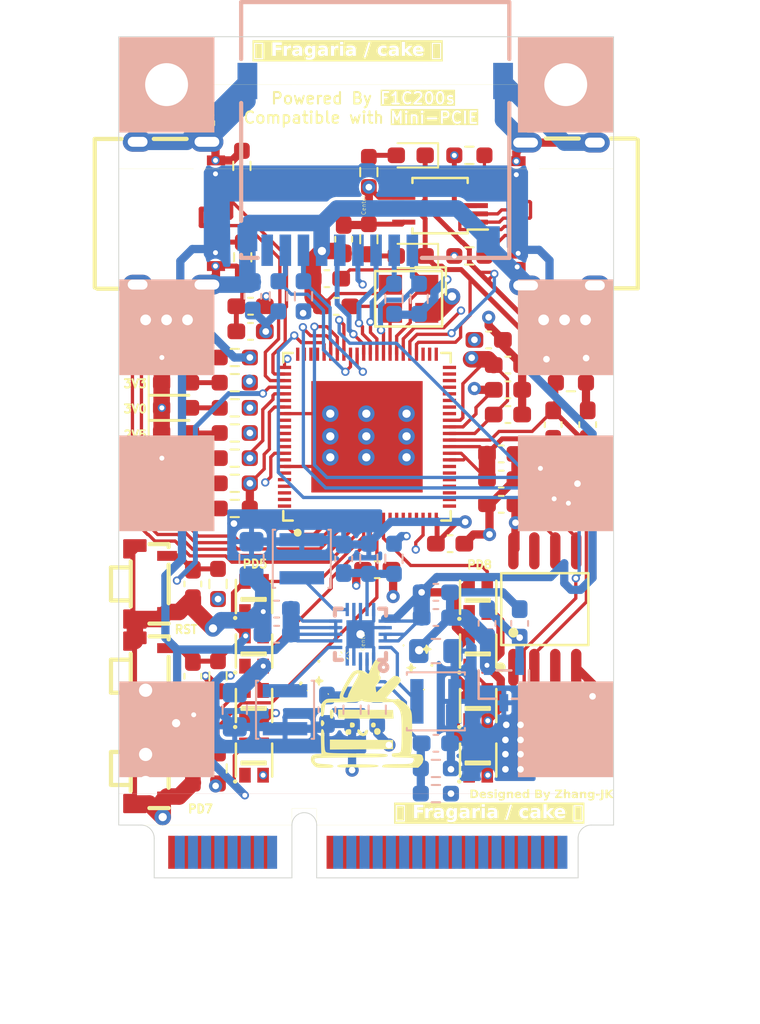
<source format=kicad_pcb>
(kicad_pcb (version 20221018) (generator pcbnew)
  (layers (0 "F.Cu" signal) (1 "In1.Cu" power "In1.GND") (2 "In2.Cu" power "In2.PWR") (31 "B.Cu" signal) (34 "B.Paste" user) (35 "F.Paste" user) (36 "B.SilkS" user "B.Silkscreen") (37 "F.SilkS" user "F.Silkscreen") (38 "B.Mask" user) (39 "F.Mask" user) (44 "Edge.Cuts" user))
  (net 0 "")
  (net 1 "+1V1")
  (net 2 "Net-(U2-FB1)")
  (net 3 "+2V5")
  (net 4 "Net-(U2-FB2)")
  (net 5 "+3V3")
  (net 6 "Net-(U2-FB3)")
  (net 7 "GND")
  (net 8 "+5V")
  (net 9 "/HOSCO")
  (net 10 "/HOSCI")
  (net 11 "/REF_DRAM")
  (net 12 "+3V0")
  (net 13 "/RESET")
  (net 14 "/SW0")
  (net 15 "/SW1")
  (net 17 "/SD_D2")
  (net 18 "/SD_D1")
  (net 19 "/SD_D0")
  (net 20 "/SD_CLK")
  (net 21 "/SD_CMD")
  (net 22 "/SD_D3")
  (net 23 "/U0_RX")
  (net 24 "Net-(D1-A)")
  (net 25 "/U0_TX")
  (net 26 "Net-(D2-A)")
  (net 27 "Net-(D3-A)")
  (net 28 "Net-(D4-A)")
  (net 29 "Net-(D5-A)")
  (net 30 "Net-(D6-A)")
  (net 31 "Net-(D7-A)")
  (net 32 "/LED0")
  (net 33 "Net-(D8-A)")
  (net 34 "/LED1")
  (net 35 "Net-(D9-A)")
  (net 36 "/U1_TX")
  (net 37 "/U1_RX")
  (net 38 "Net-(U2-LX1)")
  (net 39 "Net-(U2-LX2)")
  (net 40 "Net-(U2-LX3)")
  (net 41 "Net-(LED1-DO)")
  (net 42 "/WS0")
  (net 43 "Net-(LED2-DO)")
  (net 44 "Net-(LED3-DO)")
  (net 46 "Net-(LED5-DO)")
  (net 47 "/WS1")
  (net 48 "Net-(LED6-DO)")
  (net 49 "Net-(LED7-DO)")
  (net 51 "/SPI0_CS")
  (net 52 "Net-(USB1-CC1)")
  (net 53 "Net-(USB1-CC2)")
  (net 54 "Net-(USB2-CC1)")
  (net 55 "Net-(USB2-CC2)")
  (net 84 "/SPI0_CLK")
  (net 85 "/SPI0_MISO")
  (net 86 "/SPI0_MOSI")
  (net 91 "/BD-")
  (net 92 "/BD+")
  (net 106 "/D+")
  (net 107 "/D-")
  (footprint "Resistor_SMD:R_0603_1608Metric_Pad0.98x0.95mm_HandSolder" (layer "F.Cu") (at 189.4821 79.248 180)
    (fp_text reference "R12" hide)
    (fp_text value "2kΩ")
  )
  (footprint "Capacitor_SMD:C_0603_1608Metric_Pad1.08x0.95mm_HandSolder" (layer "F.Cu") (at 205.6384 85.09)
    (fp_text reference "C13" hide)
    (fp_text value "0.1uF")
  )
  (footprint "kicad_lceda:LED-SMD_4P-L2.0-W2.0-TL_WS2812B-2020" (layer "F.Cu") (at 190.6524 90.678 90)
    (fp_text reference "LED1" hide)
    (fp_text value "WS2812B-2020")
  )
  (footprint "LED_SMD:LED_0603_1608Metric_Pad1.05x0.95mm_HandSolder" (layer "F.Cu") (at 200.152 63.952 180)
    (fp_text reference "D1" hide)
    (fp_text value "LED-B")
  )
  (footprint "LED_SMD:LED_0603_1608Metric_Pad1.05x0.95mm_HandSolder" (layer "F.Cu") (at 185.9261 77.724)
    (fp_text reference "D4" hide)
    (fp_text value "LED-R")
  )
  (footprint "Capacitor_SMD:C_0603_1608Metric_Pad1.08x0.95mm_HandSolder" (layer "F.Cu") (at 186.944 95.504 90)
    (fp_text reference "C31" hide)
    (fp_text value "0.1uF")
  )
  (footprint "Resistor_SMD:R_0603_1608Metric_Pad0.98x0.95mm_HandSolder" (layer "F.Cu") (at 188.468 89.916 -90)
    (fp_text reference "R27" hide)
    (fp_text value "10kΩ")
  )
  (footprint "LOGO" (layer "F.Cu") (at 197.5104 97.6884)
    (fp_text reference "G***" hide)
    (fp_text value "LOGO" hide)
  )
  (footprint "kicad_lceda:USB-C-SMD_TYPE-C-6PIN-2MD-073" (layer "F.Cu") (at 185.9705 67.46 -90)
    (fp_text reference "USB2" hide)
    (fp_text value "TYPE-C_16PIN_2MD(073)" hide)
  )
  (footprint "Capacitor_SMD:C_0603_1608Metric_Pad1.08x0.95mm_HandSolder" (layer "F.Cu") (at 198.12 89.0524 180)
    (fp_text reference "C27" hide)
    (fp_text value "0.1uF")
  )
  (footprint "Capacitor_SMD:C_0603_1608Metric_Pad1.08x0.95mm_HandSolder" (layer "F.Cu") (at 205.6384 83.566)
    (fp_text reference "C22" hide)
    (fp_text value "1uF")
  )
  (footprint "Capacitor_SMD:C_0603_1608Metric_Pad1.08x0.95mm_HandSolder" (layer "F.Cu") (at 190.442 73.094 180)
    (fp_text reference "C16" hide)
    (fp_text value "0.1uF")
  )
  (footprint "Resistor_SMD:R_0603_1608Metric_Pad0.98x0.95mm_HandSolder" (layer "F.Cu") (at 209.864 77.724)
    (fp_text reference "R20" hide)
    (fp_text value "2kΩ")
  )
  (footprint "Package_SO:MSOP-10_3x3mm_P0.5mm" (layer "F.Cu") (at 201.93 67 180)
    (fp_text reference "U4" hide)
    (fp_text value "CH340E")
  )
  (footprint "Capacitor_SMD:C_0603_1608Metric_Pad1.08x0.95mm_HandSolder" (layer "F.Cu") (at 195.6308 73.1012 180)
    (fp_text reference "C14" hide)
    (fp_text value "18pF")
  )
  (footprint "LED_SMD:LED_0603_1608Metric_Pad1.05x0.95mm_HandSolder" (layer "F.Cu") (at 185.9261 85.344)
    (fp_text reference "D9" hide)
    (fp_text value "LED-G")
  )
  (footprint "kicad_lceda:SOIC-8_L5.3-W5.3-P1.27-LS8.0-BL" (layer "F.Cu") (at 208.28 91.44)
    (fp_text reference "U5" hide)
    (fp_text value "W25Q128JVSIQTR")
  )
  (footprint "kicad_lceda:LED-SMD_4P-L2.0-W2.0-TL_WS2812B-2020" (layer "F.Cu") (at 204.2414 93.98 90)
    (fp_text reference "LED6" hide)
    (fp_text value "WS2812B-2020")
  )
  (footprint "kicad_lceda:LED-SMD_4P-L2.0-W2.0-TL_WS2812B-2020" (layer "F.Cu") (at 204.2414 90.7288 90)
    (fp_text reference "LED5" hide)
    (fp_text value "WS2812B-2020")
  )
  (footprint "Resistor_SMD:R_0603_1608Metric_Pad0.98x0.95mm_HandSolder" (layer "F.Cu") (at 189.4821 85.344 180)
    (fp_text reference "R26" hide)
    (fp_text value "2kΩ")
  )
  (footprint "Resistor_SMD:R_0603_1608Metric_Pad0.98x0.95mm_HandSolder" (layer "F.Cu") (at 188.468 95.504 -90)
    (fp_text reference "R28" hide)
    (fp_text value "10kΩ")
  )
  (footprint "Capacitor_SMD:C_0603_1608Metric_Pad1.08x0.95mm_HandSolder" (layer "F.Cu") (at 202.5396 87.4776)
    (fp_text reference "C18" hide)
    (fp_text value "0.1uF")
  )
  (footprint "Resistor_SMD:R_0603_1608Metric_Pad0.98x0.95mm_HandSolder" (layer "F.Cu") (at 189.9158 64.5922 90)
    (fp_text reference "R23" hide)
    (fp_text value "5.1kΩ")
  )
  (footprint "Capacitor_SMD:C_0603_1608Metric_Pad1.08x0.95mm_HandSolder" (layer "F.Cu") (at 204.8764 75.1332)
    (fp_text reference "C28" hide)
    (fp_text value "0.1uF")
  )
  (footprint "Capacitor_SMD:C_0603_1608Metric_Pad1.08x0.95mm_HandSolder" (layer "F.Cu") (at 186.944 101.092 90)
    (fp_text reference "C32" hide)
    (fp_text value "0.1uF")
  )
  (footprint "Resistor_SMD:R_0603_1608Metric_Pad0.98x0.95mm_HandSolder" (layer "F.Cu") (at 189.4821 80.772 180)
    (fp_text reference "R13" hide)
    (fp_text value "2kΩ")
  )
  (footprint "Resistor_SMD:R_0603_1608Metric_Pad0.98x0.95mm_HandSolder" (layer "F.Cu") (at 189.4821 76.2 180)
    (fp_text reference "R10" hide)
    (fp_text value "2kΩ")
  )
  (footprint "Resistor_SMD:R_0603_1608Metric_Pad0.98x0.95mm_HandSolder" (layer "F.Cu") (at 203.708 63.952 180)
    (fp_text reference "R22" hide)
    (fp_text value "5.1kΩ")
  )
  (footprint "Capacitor_SMD:C_0603_1608Metric_Pad1.08x0.95mm_HandSolder" (layer "F.Cu") (at 205.6384 82.042)
    (fp_text reference "C21" hide)
    (fp_text value "10uF")
  )
  (footprint "kicad_lceda:QFN-88_L10.0-W10.0-P0.40-BL-EP6.75" (layer "F.Cu") (at 197.5 81)
    (fp_text reference "U1" hide)
    (fp_text value "F1C200S")
  )
  (footprint "Resistor_SMD:R_0603_1608Metric_Pad0.98x0.95mm_HandSolder" (layer "F.Cu") (at 189.4821 77.724 180)
    (fp_text reference "R11" hide)
    (fp_text value "2kΩ")
  )
  (footprint "Resistor_SMD:R_0603_1608Metric_Pad0.98x0.95mm_HandSolder" (layer "F.Cu") (at 208.788 97.536)
    (fp_text reference "R7" hide)
    (fp_text value "10kΩ")
  )
  (footprint "kicad_lceda:LED-SMD_4P-L2.0-W2.0-TL_WS2812B-2020" (layer "F.Cu") (at 204.2414 97.282 90)
    (fp_text reference "LED7" hide)
    (fp_text value "WS2812B-2020")
  )
  (footprint "Resistor_SMD:R_0603_1608Metric_Pad0.98x0.95mm_HandSolder" (layer "F.Cu") (at 209.864 82.804)
    (fp_text reference "R19" hide)
    (fp_text value "2kΩ")
  )
  (footprint "LED_SMD:LED_0603_1608Metric_Pad1.05x0.95mm_HandSolder" (layer "F.Cu") (at 185.9261 83.82)
    (fp_text reference "D8" hide)
    (fp_text value "LED-R")
  )
  (footprint "Capacitor_SMD:C_0603_1608Metric_Pad1.08x0.95mm_HandSolder" (layer "F.Cu") (at 196.088 69.032 90)
    (fp_text reference "C11" hide)
    (fp_text value "0.1uF")
  )
  (footprint "LED_SMD:LED_0603_1608Metric_Pad1.05x0.95mm_HandSolder" (layer "F.Cu") (at 185.9261 82.296)
    (fp_text reference "D7" hide)
    (fp_text value "LED-R")
  )
  (footprint "kicad_lceda:LED-SMD_4P-L2.0-W2.0-TL_WS2812B-2020" (layer "F.Cu") (at 190.6524 100.584 90)
    (fp_text reference "LED4" hide)
    (fp_text value "WS2812B-2020")
  )
  (footprint "kicad_lceda:USB-C-SMD_TYPE-C-6PIN-2MD-073" (layer "F.Cu") (at 208.9415 67.508 90)
    (fp_text reference "USB1" hide)
    (fp_text value "TYPE-C_16PIN_2MD(073)" hide)
  )
  (footprint "Capacitor_SMD:C_0603_1608Metric_Pad1.08x0.95mm_HandSolder" (layer "F.Cu") (at 206.0448 79.6544)
    (fp_text reference "C24" hide)
    (fp_text value "0.1uF")
  )
  (footprint "LED_SMD:LED_0603_1608Metric_Pad1.05x0.95mm_HandSolder" (layer "F.Cu") (at 185.9261 79.248)
    (fp_text reference "D5" hide)
    (fp_text value "LED-R")
  )
  (footprint "Resistor_SMD:R_0603_1608Metric_Pad0.98x0.95mm_HandSolder" (layer "F.Cu") (at 197.612 64.968 90)
    (fp_text reference "R8" hide)
    (fp_text value "2kΩ")
  )
  (footprint "Connector_PinHeader_1.27mm:PinHeader_1x03_P1.27mm_Vertical" (layer "F.Cu") (at 210.75 73.9195 -90)
    (fp_text reference "J1" hide)
    (fp_text value "Conn_01x03_Pin" hide)
  )
  (footprint "Resistor_SMD:R_0603_1608Metric_Pad0.98x0.95mm_HandSolder" (layer "F.Cu") (at 197.612 69.032 -90)
    (fp_text reference "R9" hide)
    (fp_text value "2kΩ")
  )
  (footprint "Capacitor_SMD:C_0603_1608Metric_Pad1.08x0.95mm_HandSolder" (layer "F.Cu") (at 210.88 80.264 90)
    (fp_text reference "C20" hide)
    (fp_text value "0.1nF")
  )
  (footprint "Resistor_SMD:R_0603_1608Metric_Pad0.98x0.95mm_HandSolder" (layer "F.Cu") (at 188.468 101.092 -90)
    (fp_text reference "R29" hide)
    (fp_text value "10kΩ")
  )
  (footprint "LED_SMD:LED_0603_1608Metric_Pad1.05x0.95mm_HandSolder" (layer "F.Cu") (at 200.152 70.048 180)
    (fp_text reference "D2" hide)
    (fp_text value "LED-G")
  )
  (footprint "LED_SMD:LED_0603_1608Metric_Pad1.05x0.95mm_HandSolder" (layer "F.Cu") (at 185.9261 76.2)
    (fp_text reference "D3" hide)
    (fp_text value "LED-R")
  )
  (footprint "Capacitor_SMD:C_0603_1608Metric_Pad1.08x0.95mm_HandSolder" (layer "F.Cu") (at 208.788 80.264 90)
    (fp_text reference "C19" hide)
    (fp_text value "0.1nF")
  )
  (footprint "Capacitor_SMD:C_0603_1608Metric_Pad1.08x0.95mm_HandSolder" (layer "F.Cu") (at 190.442 74.618 180)
    (fp_text reference "C29" hide)
    (fp_text value "0.1uF")
  )
  (footprint "Capacitor_SMD:C_0603_1608Metric_Pad1.08x0.95mm_HandSolder" (layer "F.Cu") (at 206.0448 76.6572)
    (fp_text reference "C23" hide)
    (fp_text value "0.1uF")
  )
  (footprint "Connector_PinHeader_1.27mm:PinHeader_1x03_P1.27mm_Vertical" (layer "F.Cu") (at 184.08 73.9195 90)
    (fp_text reference "J2" hide)
    (fp_text value "Conn_01x03_Pin" hide)
  )
  (footprint "kicad_lceda:LED-SMD_4P-L2.0-W2.0-TL_WS2812B-2020" (layer "F.Cu") (at 190.6524 93.98 90)
    (fp_text reference "LED2" hide)
    (fp_text value "WS2812B-2020")
  )
  (footprint "kicad_lceda:SW-SMD_D-SWITCH_DS-THAM04-ABB-R" (layer "F.Cu") (at 184.404 95.504 -90)
    (fp_text reference "SW2" hide)
    (fp_text value "DS-THAM04-ABB-R")
  )
  (footprint "Capacitor_SMD:C_0603_1608Metric_Pad1.08x0.95mm_HandSolder" (layer "F.Cu") (at 186.944 89.916 90)
    (fp_text reference "C30" hide)
    (fp_text value "0.1uF")
  )
  (footprint "kicad_lceda:SW-SMD_D-SWITCH_DS-THAM04-ABB-R" (layer "F.Cu") (at 184.404 89.916 -90)
    (fp_text reference "SW1" hide)
    (fp_text value "DS-THAM04-ABB-R")
  )
  (footprint "kicad_lceda:LED-SMD_4P-L2.0-W2.0-TL_WS2812B-2020" (layer "F.Cu") (at 190.6524 97.282 90)
    (fp_text reference "LED3" hide)
    (fp_text value "WS2812B-2020")
  )
  (footprint "kicad_lceda:LED-SMD_4P-L2.0-W2.0-TL_WS2812B-2020" (layer "F.Cu") (at 204.2414 100.584 90)
    (fp_text reference "LED8" hide)
    (fp_text value "WS2812B-2020")
  )
  (footprint "Resistor_SMD:R_0603_1608Metric_Pad0.98x0.95mm_HandSolder" (layer "F.Cu") (at 189.4821 83.82 180)
    (fp_text reference "R25" hide)
    (fp_text value "2kΩ")
  )
  (footprint "kicad_lceda:SW-SMD_D-SWITCH_DS-THAM04-ABB-R" (layer "F.Cu") (at 184.404 101.092 -90)
    (fp_text reference "SW3" hide)
    (fp_text value "DS-THAM04-ABB-R")
  )
  (footprint "Resistor_SMD:R_0603_1608Metric_Pad0.98x0.95mm_HandSolder" (layer "F.Cu") (at 203.708 70.048 180)
    (fp_text reference "R21" hide)
    (fp_text value "5.1kΩ")
  )
  (footprint "LED_SMD:LED_0603_1608Metric_Pad1.05x0.95mm_HandSolder" (layer "F.Cu") (at 185.9261 80.772)
    (fp_text reference "D6" hide)
    (fp_text value "LED-R")
  )
  (footprint "mpcie:mpcie-full-card" (layer "F.Cu") (at 197.45 107.72)
    (fp_text reference "U6" hide)
    (fp_text value "MPCIE-Socket" hide)
    (fp_line (start -15 -50.95) (end 15 -50.95) (stroke (width 0.05)) (layer "Edge.Cuts"))
    (fp_line (start -15 -3.2) (end -15 -50.95) (stroke (width 0.05)) (layer "Edge.Cuts"))
    (fp_line (start -15 -3.2) (end -13.65 -3.2) (stroke (width 0.05)) (layer "Edge.Cuts"))
    (fp_line (start -12.85 -2.4) (end -12.85 0) (stroke (width 0.05)) (layer "Edge.Cuts"))
    (fp_line (start -12.85 0) (end -4.5 0) (stroke (width 0.05)) (layer "Edge.Cuts"))
    (fp_line (start -4.5 0) (end -4.5 -3.2) (stroke (width 0.05)) (layer "Edge.Cuts"))
    (fp_line (start -3 -3.2) (end -3 0) (stroke (width 0.05)) (layer "Edge.Cuts"))
    (fp_line (start -3 0) (end 12.85 0) (stroke (width 0.05)) (layer "Edge.Cuts"))
    (fp_line (start 12.85 -2.4) (end 12.85 0) (stroke (width 0.05)) (layer "Edge.Cuts"))
    (fp_line (start 13.65 -3.2) (end 15 -3.2) (stroke (width 0.05)) (layer "Edge.Cuts"))
    (fp_line (start 15 -50.95) (end 15 -3.2) (stroke (width 0.05)) (layer "Edge.Cuts"))
    (fp_arc (start -13.65 -3.2) (mid -13.084315 -2.965685) (end -12.85 -2.4) (stroke (width 0.05)) (layer "Edge.Cuts"))
    (fp_arc (start -4.5 -3.2) (mid -3.75 -3.95) (end -3 -3.2) (stroke (width 0.05)) (layer "Edge.Cuts"))
    (fp_arc (start 12.85 -2.4) (mid 13.084315 -2.965685) (end 13.65 -3.2) (stroke (width 0.05)) (layer "Edge.Cuts"))
  )
  (footprint "kicad_lceda:CRYSTAL-SMD_4P-L3.2-W2.5-BL" (layer "F.Cu") (at 200.025 72.644 180)
    (fp_text reference "X1" hide)
    (fp_text value "SMD-3225_4P_24.000MHZ_18PF")
  )
  (footprint "Capacitor_SMD:C_0603_1608Metric_Pad1.08x0.95mm_HandSolder" (layer "F.Cu") (at 206.0448 78.1558)
    (fp_text reference "C17" hide)
    (fp_text value "0.1uF")
  )
  (footprint "Resistor_SMD:R_0603_1608Metric_Pad0.98x0.95mm_HandSolder" (layer "F.Cu") (at 189.9666 70.1294 -90)
    (fp_text reference "R24" hide)
    (fp_text value "5.1kΩ")
  )
  (footprint "Capacitor_SMD:C_0603_1608Metric_Pad1.08x0.95mm_HandSolder" (layer "F.Cu") (at 195.072 71.4248)
    (fp_text reference "C15" hide)
    (fp_text value "18pF")
  )
  (footprint "Resistor_SMD:R_0603_1608Metric_Pad0.98x0.95mm_HandSolder" (layer "F.Cu") (at 189.4821 82.296 180)
    (fp_text reference "R14" hide)
    (fp_text value "2kΩ")
  )
  (footprint "Capacitor_SMD:C_0603_1608Metric_Pad1.08x0.95mm_HandSolder" (layer "B.Cu") (at 192.024 92.964 180)
    (fp_text reference "C8" hide)
    (fp_text value "10uF")
  )
  (footprint "Resistor_SMD:R_0603_1608Metric_Pad0.98x0.95mm_HandSolder" (layer "B.Cu") (at 200.66 72.644 90)
    (fp_text reference "R15" hide)
    (fp_text value "47kΩ")
  )
  (footprint "kicad_lceda:SOT-23-3_L3.0-W1.7-P0.95-LS2.9-BR" (layer "B.Cu") (at 205.796 96.012 90)
    (fp_text reference "U3" hide)
    (fp_text value "XC6206P302MR_C347375")
  )
  (footprint "Resistor_SMD:R_0603_1608Metric_Pad0.98x0.95mm_HandSolder" (layer "B.Cu") (at 198.12 97.536 90)
    (fp_text reference "R5" hide)
    (fp_text value "150kΩ")
  )
  (footprint "Capacitor_SMD:C_0805_2012Metric_Pad1.18x1.45mm_HandSolder" (layer "B.Cu") (at 189.484 97.536 90)
    (fp_text reference "C5" hide)
    (fp_text value "10uF")
  )
  (footprint "Capacitor_SMD:C_0603_1608Metric_Pad1.08x0.95mm_HandSolder" (layer "B.Cu") (at 190.5762 72.4916 -90)
    (fp_text reference "C12" hide)
    (fp_text value "0.1uF")
  )
  (footprint "Resistor_SMD:R_0603_1608Metric_Pad0.98x0.95mm_HandSolder" (layer "B.Cu") (at 199.136 88.392 -90)
    (fp_text reference "R4" hide)
    (fp_text value "150kΩ")
  )
  (footprint "Capacitor_SMD:C_0603_1608Metric_Pad1.08x0.95mm_HandSolder" (layer "B.Cu") (at 195.072 97.536 90)
    (fp_text reference "C2" hide)
    (fp_text value "220pF")
  )
  (footprint "Resistor_SMD:R_0603_1608Metric_Pad0.98x0.95mm_HandSolder" (layer "B.Cu") (at 197.612 88.392 -90)
    (fp_text reference "R1" hide)
    (fp_text value "130kΩ")
  )
  (footprint "Capacitor_SMD:C_0805_2012Metric_Pad1.18x1.45mm_HandSolder" (layer "B.Cu") (at 190.5 88.392 -90)
    (fp_text reference "C4" hide)
    (fp_text value "10uF")
  )
  (footprint "Resistor_SMD:R_0603_1608Metric_Pad0.98x0.95mm_HandSolder" (layer "B.Cu") (at 201.676 102.616 180)
    (fp_text reference "R6" hide)
    (fp_text value "150kΩ")
  )
  (footprint "Resistor_SMD:R_0603_1608Metric_Pad0.98x0.95mm_HandSolder" (layer "B.Cu") (at 192.1256 72.4916 90)
    (fp_text reference "R18" hide)
    (fp_text value "47kΩ")
  )
  (footprint "Inductor_SMD:L_Changjiang_FNR3015S" (layer "B.Cu") (at 193.548 88.392 -90)
    (fp_text reference "L1" hide)
    (fp_text value "2.2uH")
  )
  (footprint "Capacitor_SMD:C_0603_1608Metric_Pad1.08x0.95mm_HandSolder" (layer "B.Cu") (at 201.676 91.948)
    (fp_text reference "C9" hide)
    (fp_text value "10uF")
  )
  (footprint "Capacitor_SMD:C_0603_1608Metric_Pad1.08x0.95mm_HandSolder" (layer "B.Cu") (at 204.78 92.3036 90)
    (fp_text reference "C26" hide)
    (fp_text value "10uF")
  )
  (footprint "kicad_lceda:WQFN-20_L3.0-W3.0-P0.40-BL-EP" (layer "B.Cu") (at 197.104 92.964 180)
    (fp_text reference "U2" hide)
    (fp_text value "EA3036C")
  )
  (footprint "Capacitor_SMD:C_0603_1608Metric_Pad1.08x0.95mm_HandSolder" (layer "B.Cu") (at 201.676 99.568 180)
    (fp_text reference "C3" hide)
    (fp_text value "220pF")
  )
  (footprint "Inductor_SMD:L_Changjiang_FNR3015S" (layer "B.Cu") (at 192.532 97.536 90)
    (fp_text reference "L2" hide)
    (fp_text value "2.2uH")
  )
  (footprint "Resistor_SMD:R_0603_1608Metric_Pad0.98x0.95mm_HandSolder" (layer "B.Cu") (at 199.136 72.644 90)
    (fp_text reference "R16" hide)
    (fp_text value "47kΩ")
  )
  (footprint "Capacitor_SMD:C_0603_1608Metric_Pad1.08x0.95mm_HandSolder" (layer "B.Cu") (at 201.676 90.424)
    (fp_text reference "C10" hide)
    (fp_text value "1uF")
  )
  (footprint "kicad_lceda:TF-SMD_MR01A-01211" (layer "B.Cu") (at 198 64.5775)
    (fp_text reference "Card2" hide)
    (fp_text value "MR01A-01211")
  )
  (footprint "Inductor_SMD:L_Changjiang_FNR3015S" (layer "B.Cu") (at 201.676 97.028 180)
    (fp_text reference "L3" hide)
    (fp_text value "2.2uH")
  )
  (footprint "Capacitor_SMD:C_0603_1608Metric_Pad1.08x0.95mm_HandSolder" (layer "B.Cu") (at 206.756 92.3036 -90)
    (fp_text reference "C25" hide)
    (fp_text value "0.1uF")
  )
  (footprint "Capacitor_SMD:C_0805_2012Metric_Pad1.18x1.45mm_HandSolder" (layer "B.Cu") (at 201.676 93.98 180)
    (fp_text reference "C6" hide)
    (fp_text value "10uF")
  )
  (footprint "Resistor_SMD:R_0603_1608Metric_Pad0.98x0.95mm_HandSolder" (layer "B.Cu") (at 196.596 97.536 90)
    (fp_text reference "R2" hide)
    (fp_text value "470kΩ")
  )
  (footprint "Capacitor_SMD:C_0603_1608Metric_Pad1.08x0.95mm_HandSolder" (layer "B.Cu") (at 196.088 88.392 -90)
    (fp_text reference "C1" hide)
    (fp_text value "220pF")
  )
  (footprint "Resistor_SMD:R_0603_1608Metric_Pad0.98x0.95mm_HandSolder" (layer "B.Cu") (at 193.6496 72.4916 90)
    (fp_text reference "R17" hide)
    (fp_text value "47kΩ")
  )
  (footprint "Capacitor_SMD:C_0603_1608Metric_Pad1.08x0.95mm_HandSolder" (layer "B.Cu") (at 192.024 91.44 180)
    (fp_text reference "C7" hide)
    (fp_text value "10uF")
  )
  (footprint "Resistor_SMD:R_0603_1608Metric_Pad0.98x0.95mm_HandSolder" (layer "B.Cu") (at 201.676 101.092 180)
    (fp_text reference "R3" hide)
    (fp_text value "680kΩ")
  )
  (gr_text "G T R\n" (at 183.1848 73.5076) (layer "F.SilkS") (effects (font (size 1 1)) (justify left bottom)))
  (gr_text "UART0\n" (at 212.2424 75.4888 90) (layer "F.SilkS") (effects (font (size 0.5 0.5) (thickness 0.125)) (justify left bottom)))
  (gr_text " Fragaria / cake " (at 199.1868 104.2416) (layer "F.SilkS" knockout) (effects (font (size 0.8 0.8) (thickness 0.2) bold) (justify left bottom)))
  (gr_text "Designed By Zhang-JK" (at 203.708 102.9716) (layer "F.SilkS") (effects (font (size 0.5 0.5) (thickness 0.125) bold) (justify left bottom)))
  (gr_text "3V3\n" (at 182.6768 78.0796) (layer "F.SilkS") (effects (font (size 0.5 0.5) (thickness 0.12) bold) (justify left bottom)))
  (gr_text "PD5" (at 189.8904 89.0016) (layer "F.SilkS") (effects (font (size 0.5 0.5) (thickness 0.12) bold) (justify left bottom)))
  (gr_text "5V0" (at 182.626 76.5048) (layer "F.SilkS") (effects (font (size 0.5 0.5) (thickness 0.12) bold) (justify left bottom)))
  (gr_text "PD8" (at 203.5048 89.0524) (layer "F.SilkS") (effects (font (size 0.5 0.5) (thickness 0.12) bold) (justify left bottom)))
  (gr_text " Fragaria / cake " (at 190.6016 58.0644) (layer "F.SilkS" knockout) (effects (font (size 0.8 0.8) (thickness 0.2) bold) (justify left bottom)))
  (gr_text "USB-UART\n\n" (at 206.6036 63.4492) (layer "F.SilkS") (effects (font (size 0.7 0.7) (thickness 0.13) bold) (justify left bottom)))
  (gr_text "Powered By " (at 191.6176 60.9092) (layer "F.SilkS") (effects (font (size 0.7 0.7) (thickness 0.12) bold) (justify left bottom)))
  (gr_text "PD7" (at 186.5884 103.8352) (layer "F.SilkS") (effects (font (size 0.5 0.5) (thickness 0.12) bold) (justify left bottom)))
  (gr_text "UART1\n" (at 183.1848 75.1332 90) (layer "F.SilkS") (effects (font (size 0.5 0.5) (thickness 0.125)) (justify left bottom)))
  (gr_text "PD1" (at 182.626 84.1248) (layer "F.SilkS") (effects (font (size 0.5 0.5) (thickness 0.12) bold) (justify left bottom)))
  (gr_text "Compatible with" (at 189.9412 62.0776) (layer "F.SilkS") (effects (font (size 0.7 0.7) (thickness 0.12) bold) (justify left bottom)))
  (gr_text "1V1\n" (at 182.6768 82.7024) (layer "F.SilkS") (effects (font (size 0.5 0.5) (thickness 0.12) bold) (justify left bottom)))
  (gr_text "2V5" (at 182.6768 81.1784) (layer "F.SilkS") (effects (font (size 0.5 0.5) (thickness 0.12) bold) (justify left bottom)))
  (gr_text "PD6" (at 186.5376 98.806) (layer "F.SilkS") (effects (font (size 0.5 0.5) (thickness 0.12) bold) (justify left bottom)))
  (gr_text "Mini-PCIE" (at 198.8312 62.0776) (layer "F.SilkS" knockout) (effects (font (size 0.7 0.7) (thickness 0.12) bold) (justify left bottom)))
  (gr_text "3V0\n" (at 182.6768 79.6036) (layer "F.SilkS") (effects (font (size 0.5 0.5) (thickness 0.12) bold) (justify left bottom)))
  (gr_text "RST\n" (at 185.7756 92.964) (layer "F.SilkS") (effects (font (size 0.5 0.5) (thickness 0.12) bold) (justify left bottom)))
  (gr_text "F1C200s" (at 198.2216 60.9092) (layer "F.SilkS" knockout) (effects (font (size 0.7 0.7) (thickness 0.12) bold) (justify left bottom)))
  (gr_text "USB-OTG\n" (at 183.3372 62.2808) (layer "F.SilkS") (effects (font (size 0.7 0.7) (thickness 0.13) bold) (justify left bottom)))
  (gr_text "R T G" (at 207.264 75.8444) (layer "F.SilkS") (effects (font (size 1 1)) (justify left bottom)))
  (gr_text "PD0" (at 182.626 85.598) (layer "F.SilkS") (effects (font (size 0.5 0.5) (thickness 0.12) bold) (justify left bottom)))
  (segment (start 191.390131 73.008369) (end 191.390131 72.491612) (width 0.5) (layer "F.Cu") (net 1))
  (segment (start 204.108 79.2301) (end 205.1823 78.1558) (width 0.2) (layer "F.Cu") (net 1))
  (segment (start 203.324886 80.4) (end 204.108 79.616885) (width 0.2) (layer "F.Cu") (net 1))
  (segment (start 201.75 87.4047) (end 201.75 86) (width 0.3) (layer "F.Cu") (net 1))
  (segment (start 191.1821 79.352214) (end 191.8 78.734314) (width 0.2) (layer "F.Cu") (net 1))
  (segment (start 201.6771 87.4776) (end 201.75 87.4047) (width 0.3) (layer "F.Cu") (net 1))
  (segment (start 191.8 78.734314) (end 191.8 78.5) (width 0.2) (layer "F.Cu") (net 1))
  (segment (start 191.1821 81.23214) (end 191.1821 79.352214) (width 0.2) (layer "F.Cu") (net 1))
  (segment (start 201.6771 87.4776) (end 202.9979 86.1568) (width 0.3) (layer "F.Cu") (net 1))
  (segment (start 202.5 80.4) (end 203.324886 80.4) (width 0.2) (layer "F.Cu") (net 1))
  (segment (start 190.3984 82.296) (end 190.3984 82.01584) (width 0.2) (layer "F.Cu") (net 1))
  (segment (start 190.3984 82.01584) (end 191.1821 81.23214) (width 0.2) (layer "F.Cu") (net 1))
  (segment (start 191.9 78.4) (end 192.5 78.4) (width 0.2) (layer "F.Cu") (net 1))
  (segment (start 202.9979 86.1568) (end 203.454 86.1568) (width 0.3) (layer "F.Cu") (net 1))
  (segment (start 205.1823 78.1558) (end 204.089 78.1558) (width 0.5) (layer "F.Cu") (net 1))
  (segment (start 191.3045 73.094) (end 191.390131 73.008369) (width 0.5) (layer "F.Cu") (net 1))
  (segment (start 204.089 78.1558) (end 204.0128 78.0796) (width 0.3) (layer "F.Cu") (net 1))
  (segment (start 191.8 78.5) (end 191.9 78.4) (width 0.2) (layer "F.Cu") (net 1))
  (segment (start 204.108 79.616885) (end 204.108 79.2301) (width 0.2) (layer "F.Cu") (net 1))
  (via (at 203.454 86.1568) (size 0.8) (drill 0.4) (layers "F.Cu" "B.Cu") (net 1))
  (via (at 190.3984 82.296) (size 0.8) (drill 0.4) (layers "F.Cu" "B.Cu") (net 1))
  (via (at 189.43319 86.258394) (size 0.8) (drill 0.4) (layers "F.Cu" "B.Cu") (net 1))
  (via (at 191.390131 72.491612) (size 0.5) (drill 0.3) (layers "F.Cu" "B.Cu") (net 1))
  (via (at 204.0128 78.0796) (size 0.8) (drill 0.4) (layers "F.Cu" "B.Cu") (net 1))
  (segment (start 197.562 87.5295) (end 197.612 87.4795) (width 0.5) (layer "B.Cu") (net 1))
  (segment (start 196.088 87.5295) (end 197.562 87.5295) (width 0.5) (layer "B.Cu") (net 1))
  (segment (start 190.5 87.3545) (end 193.4355 87.3545) (width 0.5) (layer "B.Cu") (net 1))
  (segment (start 193.4355 87.3545) (end 193.548 87.242) (width 0.5) (layer "B.Cu") (net 1))
  (segment (start 197.612 87.4795) (end 198.9347 86.1568) (width 0.5) (layer "B.Cu") (net 1))
  (segment (start 193.548 87.242) (end 195.8005 87.242) (width 0.5) (layer "B.Cu") (net 1))
  (segment (start 195.8005 87.242) (end 196.088 87.5295) (width 0.5) (layer "B.Cu") (net 1))
  (segment (start 203.454 86.1568) (end 198.9347 86.1568) (width 0.5) (layer "B.Cu") (net 1))
  (segment (start 197.504 89.4125) (end 197.612 89.3045) (width 0.2) (layer "B.Cu") (net 2))
  (segment (start 197.504 91.464) (end 197.504 89.4125) (width 0.2) (layer "B.Cu") (net 2))
  (segment (start 196.088 89.2545) (end 197.562 89.2545) (width 0.5) (layer "B.Cu") (net 2))
  (segment (start 197.562 89.2545) (end 197.612 89.3045) (width 0.5) (layer "B.Cu") (net 2))
  (segment (start 199.136 89.3045) (end 197.612 89.3045) (width 0.5) (layer "B.Cu") (net 2))
  (segment (start 204.0367 80.8) (end 205.1823 79.6544) (width 0.2) (layer "F.Cu") (net 3))
  (segment (start 203.3128 77.78965) (end 204.44525 76.6572) (width 0.2) (layer "F.Cu") (net 3))
  (segment (start 205.6914 81.1265) (end 204.7759 82.042) (width 0.3) (layer "F.Cu") (net 3))
  (segment (start 206.0198 77.4947) (end 205.1823 76.6572) (width 0.2) (layer "F.Cu") (net 3))
  (segment (start 202.5 80) (end 203.1592 80) (width 0.2) (layer "F.Cu") (net 3))
  (segment (start 203.2099 82) (end 203.47995 82.27005) (width 0.2) (layer "F.Cu") (net 3))
  (segment (start 204.3339 81.6) (end 204.7759 82.042) (width 0.2) (layer "F.Cu") (net 3))
  (segment (start 203.1592 80) (end 203.3128 79.8464) (width 0.2) (layer "F.Cu") (net 3))
  (segment (start 202.5 81.6) (end 204.3339 81.6) (width 0.2) (layer "F.Cu") (net 3))
  (segment (start 202.5 82.4) (end 203.35 82.4) (width 0.2) (layer "F.Cu") (net 3))
  (segment (start 208.788 81.1265) (end 205.6914 81.1265) (width 0.3) (layer "F.Cu") (net 3))
  (segment (start 203.3128 79.8464) (end 203.3128 77.78965) (width 0.2) (layer "F.Cu") (net 3))
  (segment (start 208.9515 82.804) (end 208.9515 81.29) (width 0.5) (layer "F.Cu") (net 3))
  (segment (start 209.987603 83.840103) (end 210.26108 83.840103) (width 0.5) (layer "F.Cu") (net 3))
  (segment (start 208.9515 82.804) (end 209.987603 83.840103) (width 0.5) (layer "F.Cu") (net 3))
  (segment (start 206.0198 78.8169) (end 206.0198 77.4947) (width 0.2) (layer "F.Cu") (net 3))
  (segment (start 202.5 80.8) (end 204.0367 80.8) (width 0.2) (layer "F.Cu") (net 3))
  (segment (start 208.9515 81.29) (end 208.788 81.1265) (width 0.5) (layer "F.Cu") (net 3))
  (segment (start 203.47995 82.27005) (end 204.7759 83.566) (width 0.2) (layer "F.Cu") (net 3))
  (segment (start 204.7759 83.566) (end 204.7759 82.042) (width 1) (layer "F.Cu") (net 3))
  (segment (start 204.44525 76.6572) (end 205.1823 76.6572) (width 0.2) (layer "F.Cu") (net 3))
  (segment (start 205.1823 76.6572) (end 204.8333 76.3082) (width 1) (layer "F.Cu") (net 3))
  (segment (start 203.35 82.4) (end 203.47995 82.27005) (width 0.2) (layer "F.Cu") (net 3))
  (segment (start 202.5 82) (end 203.2099 82) (width 0.2) (layer "F.Cu") (net 3))
  (segment (start 204.8333 76.3082) (end 203.8096 76.3082) (width 1) (layer "F.Cu") (net 3))
  (segment (start 205.1823 79.6544) (end 206.0198 78.8169) (width 0.2) (layer "F.Cu") (net 3))
  (via (at 203.846352 76.214048) (size 0.8) (drill 0.4) (layers "F.Cu" "B.Cu") (net 3))
  (via (at 190.3984 80.772) (size 0.8) (drill 0.4) (layers "F.Cu" "B.Cu") (net 3))
  (via (at 189.23 95.4615) (size 0.5) (drill 0.3) (layers "F.Cu" "B.Cu") (net 3))
  (via (at 196.596 101.1936) (size 0.8) (drill 0.4) (layers "F.Cu" "B.Cu") (net 3))
  (via (at 210.26108 83.840103) (size 0.8) (drill 0.4) (layers "F.Cu" "B.Cu") (net 3))
  (segment (start 188.718551 95.4615) (end 188.309 95.871051) (width 0.5) (layer "B.Cu") (net 3))
  (segment (start 188.309 97.3985) (end 189.484 98.5735) (width 0.5) (layer "B.Cu") (net 3))
  (segment (start 196.546 98.3985) (end 196.596 98.4485) (width 0.5) (layer "B.Cu") (net 3))
  (segment (start 195.072 98.3985) (end 196.546 98.3985) (width 0.5) (layer "B.Cu") (net 3))
  (segment (start 194.7845 98.686) (end 195.072 98.3985) (width 0.5) (layer "B.Cu") (net 3))
  (segment (start 189.484 98.5735) (end 192.4195 98.5735) (width 0.5) (layer "B.Cu") (net 3))
  (segment (start 196.596 101.1936) (end 196.596 98.4485) (width 0.5) (layer "B.Cu") (net 3))
  (segment (start 188.309 95.871051) (end 188.309 97.3985) (width 0.5) (layer "B.Cu") (net 3))
  (segment (start 192.532 98.686) (end 194.7845 98.686) (width 0.5) (layer "B.Cu") (net 3))
  (segment (start 192.4195 98.5735) (end 192.532 98.686) (width 0.5) (layer "B.Cu") (net 3))
  (segment (start 189.23 95.4615) (end 188.718551 95.4615) (width 0.5) (layer "B.Cu") (net 3))
  (segment (start 197.104 94.464) (end 197.104 96.1155) (width 0.2) (layer "B.Cu") (net 4))
  (segment (start 198.12 96.6235) (end 196.596 96.6235) (width 0.5) (layer "B.Cu") (net 4))
  (segment (start 195.072 96.6735) (end 196.546 96.6735) (width 0.5) (layer "B.Cu") (net 4))
  (segment (start 196.546 96.6735) (end 196.596 96.6235) (width 0.5) (layer "B.Cu") (net 4))
  (segment (start 197.104 96.1155) (end 196.596 96.6235) (width 0.2) (layer "B.Cu") (net 4))
  (segment (start 197.612 68.1228) (end 197.612 65.880503) (width 0.5) (layer "F.Cu") (net 5))
  (segment (start 197.612 68.1228) (end 199.6072 68.1228) (width 0.3) (layer "F.Cu") (net 5))
  (segment (start 200.9 86) (end 200.9 86.95706) (width 0.2) (layer "F.Cu") (net 5))
  (segment (start 200.374629 74.394) (end 202.1612 74.394) (width 0.2) (layer "F.Cu") (net 5))
  (segment (start 190.3984 85.3402) (end 190.3946 85.344) (width 0.5) (layer "F.Cu") (net 5))
  (segment (start 199.0852 90.678) (end 199.0852 89.1551) (width 0.5) (layer "F.Cu") (net 5))
  (segment (start 206.502 86.2076) (end 206.502 87.783) (width 0.5) (layer "F.Cu") (net 5))
  (segment (start 190.3946 85.344) (end 191.0506 86) (width 0.2) (layer "F.Cu") (net 5))
  (segment (start 191.5821 79.5179) (end 191.5821 81.752215) (width 0.2) (layer "F.Cu") (net 5))
  (segment (start 193.1416 86.9188) (end 193.802 86.9188) (width 0.2) (layer "F.Cu") (net 5))
  (segment (start 191.0506 86) (end 192.2228 86) (width 0.2) (layer "F.Cu") (net 5))
  (segment (start 206.8174 98.461) (end 208.7755 98.461) (width 0.5) (layer "F.Cu") (net 5))
  (segment (start 194.3608 86.9188) (end 194.9 86.3796) (width 0.2) (layer "F.Cu") (net 5))
  (segment (start 194.5 86.7) (end 194.5 86) (width 0.2) (layer "F.Cu") (net 5))
  (segment (start 192.2228 86) (end 193.1416 86.9188) (width 0.2) (layer "F.Cu") (net 5))
  (segment (start 199.700001 75.068628) (end 200.374629 74.394) (width 0.2) (layer "F.Cu") (net 5))
  (segment (start 188.468 96.4165) (end 188.468 96.239951) (width 0.5) (layer "F.Cu") (net 5))
  (segment (start 194.9 86.3796) (end 194.9 86) (width 0.2) (layer "F.Cu") (net 5))
  (segment (start 197.5612 68.1736) (end 197.612 68.1228) (width 0.5) (layer "F.Cu") (net 5))
  (segment (start 200.9 86.95706) (end 200.4568 87.40026) (width 0.2) (layer "F.Cu") (net 5))
  (segment (start 190.3984 83.82) (end 190.3946 83.82) (width 0.2) (layer "F.Cu") (net 5))
  (segment (start 202.1612 74.394) (end 203.2 73.3552) (width 0.2) (layer "F.Cu") (net 5))
  (segment (start 192.5 76.8) (end 192.5 76.457609) (width 0.2) (layer "F.Cu") (net 5))
  (segment (start 197.612 65.880503) (end 197.612001 65.880502) (width 0.5) (layer "F.Cu") (net 5))
  (segment (start 191.2684 82.065915) (end 191.2684 82.95) (width 0.2) (layer "F.Cu") (net 5))
  (segment (start 192.5 76.457609) (end 192.6756 76.282009) (width 0.2) (layer "F.Cu") (net 5))
  (segment (start 199.73 66.5) (end 198.231499 66.5) (width 0.3) (layer "F.Cu") (net 5))
  (segment (start 200.4568 87.40026) (end 200.4568 87.8332) (width 0.2) (layer "F.Cu") (net 5))
  (segment (start 196.088 68.1736) (end 197.5612 68.1736) (width 0.5) (layer "F.Cu") (net 5))
  (segment (start 193.802 86.9188) (end 194.2812 86.9188) (width 0.2) (layer "F.Cu") (net 5))
  (segment (start 206.502 86.2076) (end 206.502 85.0911) (width 0.5) (layer "F.Cu") (net 5))
  (segment (start 199.6072 68.1228) (end 199.73 68) (width 0.3) (layer "F.Cu") (net 5))
  (segment (start 206.502 87.783) (end 206.375 87.91) (width 0.5) (layer "F.Cu") (net 5))
  (segment (start 198.231499 66.5) (end 197.612001 65.880502) (width 0.3) (layer "F.Cu") (net 5))
  (segment (start 194.2812 86.9188) (end 194.5 86.7) (width 0.2) (layer "F.Cu") (net 5))
  (segment (start 193.802 86.9188) (end 194.3608 86.9188) (width 0.2) (layer "F.Cu") (net 5))
  (segment (start 191.5821 81.752215) (end 191.2684 82.065915) (width 0.2) (layer "F.Cu") (net 5))
  (segment (start 191.9 79.2) (end 191.5821 79.5179) (width 0.2) (layer "F.Cu") (net 5))
  (segment (start 199.0852 89.1551) (end 198.9825 89.0524) (width 0.5) (layer "F.Cu") (net 5))
  (segment (start 206.8068 98.4504) (end 206.8174 98.461) (width 0.5) (layer "F.Cu") (net 5))
  (segment (start 208.7755 98.461) (end 209.7005 97.536) (width 0.5) (layer "F.Cu") (net 5))
  (segment (start 190.3946 83.82) (end 190.3946 83.82) (width 0.2) (layer "F.Cu") (net 5))
  (segment (start 190.3984 83.82) (end 190.3984 85.3402) (width 0.5) (layer "F.Cu") (net 5))
  (segment (start 192.5 79.2) (end 191.9 79.2) (width 0.2) (layer "F.Cu") (net 5))
  (segment (start 188.468 96.239951) (end 187.713999 95.48595) (width 0.5) (layer "F.Cu") (net 5))
  (segment (start 191.2684 82.95) (end 190.3984 83.82) (width 0.2) (layer "F.Cu") (net 5))
  (segment (start 206.502 85.0911) (end 206.5009 85.09) (width 0.5) (layer "F.Cu") (net 5))
  (segment (start 199.7 76) (end 199.700001 75.068628) (width 0.2) (layer "F.Cu") (net 5))
  (via (at 188.468 90.8304) (size 0.8) (drill 0.4) (layers "F.Cu" "B.Cu") (net 5))
  (via (at 192.6756 76.282009) (size 0.5) (drill 0.3) (layers "F.Cu" "B.Cu") (net 5))
  (via (at 191.3636 74.6252) (size 0.8) (drill 0.4) (layers "F.Cu" "B.Cu") (net 5))
  (via (at 202.372418 71.4725) (size 0.5) (drill 0.3) (layers "F.Cu" "B.Cu") (net 5))
  (via (at 200.4568 87.8332) (size 0.5) (drill 0.3) (layers "F.Cu" "B.Cu") (net 5))
  (via (at 193.626173 73.514708) (size 0.8) (drill 0.4) (layers "F.Cu" "B.Cu") (net 5))
  (via (at 190.372462 77.632579) (size 0.8) (drill 0.4) (layers "F.Cu" "B.Cu") (net 5))
  (via (at 199.0852 90.678) (size 0.8) (drill 0.4) (layers "F.Cu" "B.Cu") (net 5))
  (via (at 197.236734 71.7762) (size 0.5) (drill 0.3) (layers "F.Cu" "B.Cu") (net 5))
  (via (at 203.2 73.3552) (size 0.5) (drill 0.3) (layers "F.Cu" "B.Cu") (net 5))
  (via (at 205.8924 101.1428) (size 0.8) (drill 0.4) (layers "F.Cu" "B.Cu") (net 5))
  (via (at 206.502 86.2076) (size 0.8) (drill 0.4) (layers "F.Cu" "B.Cu") (net 5))
  (via (at 205.8924 100.2284) (size 0.8) (drill 0.4) (layers "F.Cu" "B.Cu") (net 5))
  (via (at 188.32321 102.149292) (size 0.8) (drill 0.4) (layers "F.Cu" "B.Cu") (net 5))
  (via (at 206.8068 98.4504) (size 0.8) (drill 0.4) (layers "F.Cu" "B.Cu") (net 5))
  (via (at 206.8068 99.3648) (size 0.8) (drill 0.4) (layers "F.Cu" "B.Cu") (net 5))
  (via (at 204.013776 75.126863) (size 0.8) (drill 0.4) (layers "F.Cu" "B.Cu") (net 5))
  (via (at 202.5904 101.1428) (size 0.8) (drill 0.4) (layers "F.Cu" "B.Cu") (net 5))
  (via (at 197.612001 65.880502) (size 0.8) (drill 0.4) (layers "F.Cu" "B.Cu") (net 5))
  (via (at 190.3984 83.82) (size 0.8) (drill 0.4) (layers "F.Cu" "B.Cu") (net 5))
  (via (at 187.713999 95.48595) (size 0.5) (drill 0.3) (layers "F.Cu" "B.Cu") (net 5))
  (via (at 205.9432 98.4504) (size 0.8) (drill 0.4) (layers "F.Cu" "B.Cu") (net 5))
  (via (at 205.8924 99.3648) (size 0.8) (drill 0.4) (layers "F.Cu" "B.Cu") (net 5))
  (via (at 206.8068 101.1428) (size 0.8) (drill 0.4) (layers "F.Cu" "B.Cu") (net 5))
  (via (at 206.8068 100.2284) (size 0.8) (drill 0.4) (layers "F.Cu" "B.Cu") (net 5))
  (segment (start 200.6073 73.6092) (end 200.66 73.5565) (width 0.5) (layer "B.Cu") (net 5))
  (segment (start 196.95 71.489466) (end 197.236734 71.7762) (width 0.3) (layer "B.Cu") (net 5))
  (segment (start 201.585 72.227) (end 201.585 72.6315) (width 0.5) (layer "B.Cu") (net 5))
  (segment (start 202.5885 99.618) (end 202.5385 99.568) (width 0.5) (layer "B.Cu") (net 5))
  (segment (start 201.585 72.6315) (end 200.66 73.5565) (width 0.5) (layer "B.Cu") (net 5))
  (segment (start 196.95 69.7025) (end 196.95 71.489466) (width 0.3) (layer "B.Cu") (net 5))
  (segment (start 191.3636 74.1661) (end 192.1256 73.4041) (width 0.5) (layer "B.Cu") (net 5))
  (segment (start 199.136 73.6092) (end 200.6073 73.6092) (width 0.5) (layer "B.Cu") (net 5))
  (segment (start 202.5385 97.3155) (end 202.826 97.028) (width 0.5) (layer "B.Cu") (net 5))
  (segment (start 202.826 94.0925) (end 202.7135 93.98) (width 0.5) (layer "B.Cu") (net 5))
  (segment (start 202.372418 71.4725) (end 202.3395 71.4725) (width 0.5) (layer "B.Cu") (net 5))
  (segment (start 202.826 97.028) (end 202.826 94.0925) (width 0.5) (layer "B.Cu") (net 5))
  (segment (start 202.5904 101.1428) (end 202.5885 99.618) (width 0.5) (layer "B.Cu") (net 5))
  (segment (start 191.3636 74.6252) (end 191.3636 74.1661) (width 0.5) (layer "B.Cu") (net 5))
  (segment (start 202.5885 101.092) (end 202.5904 101.1428) (width 0.5) (layer "B.Cu") (net 5))
  (segment (start 202.3395 71.4725) (end 201.585 72.227) (width 0.5) (layer "B.Cu") (net 5))
  (segment (start 202.5385 99.568) (end 202.5385 97.3155) (width 0.5) (layer "B.Cu") (net 5))
  (segment (start 191.3636 74.1415) (end 190.5762 73.3541) (width 0.5) (layer "B.Cu") (net 5))
  (segment (start 191.3636 74.6252) (end 191.3636 74.1415) (width 0.5) (layer "B.Cu") (net 5))
  (segment (start 200.7635 99.618) (end 200.8135 99.568) (width 0.5) (layer "B.Cu") (net 6))
  (segment (start 199.826 97.08186) (end 199.826 98.5805) (width 0.2) (layer "B.Cu") (net 6))
  (segment (start 200.7635 101.092) (end 200.7635 99.618) (width 0.5) (layer "B.Cu") (net 6))
  (segment (start 200.7635 102.616) (end 200.7635 101.092) (width 0.5) (layer "B.Cu") (net 6))
  (segment (start 197.504 94.464) (end 197.504 95.164) (width 0.2) (layer "B.Cu") (net 6))
  (segment (start 198.58014 95.836) (end 199.826 97.08186) (width 0.2) (layer "B.Cu") (net 6))
  (segment (start 197.504 95.164) (end 198.176 95.836) (width 0.2) (layer "B.Cu") (net 6))
  (segment (start 198.176 95.836) (end 198.58014 95.836) (width 0.2) (layer "B.Cu") (net 6))
  (segment (start 199.826 98.5805) (end 200.8135 99.568) (width 0.2) (layer "B.Cu") (net 6))
  (segment (start 188.3455 71.235) (end 187.7955 71.785) (width 0.5) (layer "F.Cu") (net 7))
  (segment (start 203.08 67) (end 204.13 67) (width 0.3) (layer "F.Cu") (net 7))
  (segment (start 185.379 102.792) (end 186.1065 102.792) (width 1) (layer "F.Cu") (net 7))
  (segment (start 195.9419 69.7484) (end 196.088 69.8945) (width 1) (layer "F.Cu") (net 7))
  (segment (start 191.6602 97.7392) (end 191.2024 98.197) (width 0.5) (layer "F.Cu") (net 7))
  (segment (start 195.2716 79.6) (end 195.2752 79.6036) (width 0.2) (layer "F.Cu") (net 7))
  (segment (start 198.3928 72.3262) (end 198.925 71.794) (width 0.2) (layer "F.Cu") (net 7))
  (segment (start 204.9272 86.9188) (end 203.9609 86.9188) (width 0.5) (layer "F.Cu") (net 7))
  (segment (start 196.85 89.4599) (end 197.2575 89.0524) (width 0.5) (layer "F.Cu") (net 7))
  (segment (start 189.3335 64.262) (end 189.9158 63.6797) (width 0.5) (layer "F.Cu") (net 7))
  (segment (start 194.2095 70.3061) (end 194.2095 71.4248) (width 1) (layer "F.Cu") (net 7))
  (segment (start 211.1756 96.7232) (end 211.1756 95.9606) (width 0.5) (layer "F.Cu") (net 7))
  (segment (start 185.379 97.204) (end 186.1065 97.204) (width 1) (layer "F.Cu") (net 7))
  (segment (start 189.9666 71.0419) (end 189.9666 72.7069) (width 0.3) (layer "F.Cu") (net 7))
  (segment (start 194.2095 72.5424) (end 194.7683 73.1012) (width 1) (layer "F.Cu") (net 7))
  (segment (start 204.9272 86.9188) (end 204.9272 85.2413) (width 0.5) (layer "F.Cu") (net 7))
  (segment (start 194.2095 71.4248) (end 194.2095 72.5424) (width 1) (layer "F.Cu") (net 7))
  (segment (start 183.429 103.217) (end 183.409 103.197) (width 0.3) (layer "F.Cu") (net 7))
  (segment (start 188.3455 70.66) (end 189.5847 70.66) (width 0.3) (layer "F.Cu") (net 7))
  (segment (start 183.429 97.629) (end 183.409 97.609) (width 0.3) (layer "F.Cu") (net 7))
  (segment (start 187.7955 63.135) (end 183.5955 63.135) (width 0.5) (layer "F.Cu") (net 7))
  (segment (start 183.409 97.609) (end 183.409 93.399) (width 0.3) (layer "F.Cu") (net 7))
  (segment (start 185.1152 104.0384) (end 184.2938 103.217) (width 1) (layer "F.Cu") (net 7))
  (segment (start 183.309 91.921) (end 183.309 87.911) (width 0.3) (layer "F.Cu") (net 7))
  (segment (start 203.9609 86.9188) (end 203.4021 87.4776) (width 0.5) (layer "F.Cu") (net 7))
  (segment (start 192.5 79.6) (end 195.2716 79.6) (width 0.2) (layer "F.Cu") (net 7))
  (segment (start 192.5 82.8) (end 194.7204 82.8) (width 0.2) (layer "F.Cu") (net 7))
  (segment (start 205.7389 75.1332) (end 205.7389 75.4888) (width 0.5) (layer "F.Cu") (net 7))
  (segment (start 183.429 92.041) (end 183.309 91.921) (width 0.5) (layer "F.Cu") (net 7))
  (segment (start 188.3156 64.262) (end 189.3335 64.262) (width 0.5) (layer "F.Cu") (net 7))
  (segment (start 210.7765 77.724) (end 210.7765 79.298) (width 0.5) (layer "F.Cu") (net 7))
  (segment (start 210.7765 77.724) (end 210.7765 76.2435) (width 0.5) (layer "F.Cu") (net 7))
  (segment (start 191.9732 97.7392) (end 191.6602 97.7392) (width 0.5) (layer "F.Cu") (net 7))
  (segment (start 206.5528 64.3128) (end 206.5528 63.7467) (width 0.5) (layer "F.Cu") (net 7))
  (segment (start 207.2629 76.3016) (end 206.9073 76.6572) (width 0.5) (layer "F.Cu") (net 7))
  (segment (start 204.9769 85.09) (end 206.5009 83.566) (width 0.5) (layer "F.Cu") (net 7))
  (segment (start 185.1152 104.0384) (end 185.1152 103.0558) (width 1) (layer "F.Cu") (net 7))
  (segment (start 195.5433 72.3262) (end 198.3928 72.3262) (width 0.2) (layer "F.Cu") (net 7))
  (segment (start 194.7683 73.1012) (end 195.5433 72.3262) (width 0.2) (layer "F.Cu") (net 7))
  (segment (start 208.3816 76.3016) (end 207.2629 76.3016) (width 0.5) (layer "F.Cu") (net 7))
  (segment (start 183.409 103.197) (end 183.409 98.987) (width 0.3) (layer "F.Cu") (net 7))
  (segment (start 185.0511 79.248) (end 185.0511 80.772) (width 1) (layer "F.Cu") (net 7))
  (segment (start 210.7765 76.2435) (end 210.786041 76.233959) (width 0.5) (layer "F.Cu") (net 7))
  (segment (start 194.7672 69.7484) (end 195.9419 69.7484) (width 1) (layer "F.Cu") (net 7))
  (segment (start 183.409 98.987) (end 183.429 98.967) (width 0.3) (layer "F.Cu") (net 7))
  (segment (start 207.1165 63.183) (end 211.3165 63.183) (width 0.5) (layer "F.Cu") (net 7))
  (segment (start 201.125 73.494) (end 201.717697 73.494) (width 1) (layer "F.Cu") (net 7))
  (segment (start 204.7759 85.09) (end 204.9769 85.09) (width 0.5) (layer "F.Cu") (net 7))
  (segment (start 204.9272 85.2413) (end 204.7759 85.09) (width 0.5) (layer "F.Cu") (net 7))
  (segment (start 184.0472 98.3488) (end 185.928 98.3488) (width 1) (layer "F.Cu") (net 7))
  (segment (start 205.5914 94.095) (end 204.7914 94.895) (width 0.5) (layer "F.Cu") (net 7))
  (segment (start 183.429 93.379) (end 183.429 92.041) (width 1) (layer "F.Cu") (net 7))
  (segment (start 185.0511 77.724) (end 185.0511 79.2347) (width 1) (layer "F.Cu") (net 7))
  (segment (start 206.5009 83.566) (end 206.5009 82.042) (width 0.5) (layer "F.Cu") (net 7))
  (segment (start 185.0511 79.2347) (end 185.0644 79.248) (width 1) (layer "F.Cu") (net 7))
  (segment (start 204.8764 73.7616) (end 204.8764 74.2707) (width 0.5) (layer "F.Cu") (net 7))
  (segment (start 186.1065 91.616) (end 186.944 90.7785) (width 1) (layer "F.Cu") (net 7))
  (segment (start 187.7955 71.785) (end 183.5955 71.785) (width 0.5) (layer "F.Cu") (net 7))
  (segment (start 201.717697 73.494) (end 202.653982 72.557715) (width 1) (layer "F.Cu") (net 7))
  (segment (start 204.7914 94.895) (end 205.61 95.7136) (width 0.5) (layer "F.Cu") (net 7))
  (segment (start 188.3455 70.66) (end 188.3455 71.235) (width 0.5) (layer "F.Cu") (net 7))
  (segment (start 206.5665 70.708) (end 206.5665 71.283) (width 0.5) (layer "F.Cu") (net 7))
  (segment (start 189.9666 72.7069) (end 189.5795 73.094) (width 0.3) (layer "F.Cu") (net 7))
  (segment (start 188.1632 92.6084) (end 186.944 91.3892) (width 1) (layer "F.Cu") (net 7))
  (segment (start 204.7914 91.6438) (end 205.0702 91.6438) (width 0.5) (layer "F.Cu") (net 7))
  (segment (start 207.1165 71.833) (end 211.3165 71.833) (width 0.5) (layer "F.Cu") (net 7))
  (segment (start 205.61 97.3784) (end 204.7914 98.197) (width 0.5) (layer "F.Cu") (net 7))
  (segment (start 183.429 92.041) (end 184.954 92.041) (width 1) (layer "F.Cu") (net 7))
  (segment (start 202.7936 66.7136) (end 203.08 67) (width 0.3) (layer "F.Cu") (net 7))
  (segment (start 194.7204 82.8) (end 195.2752 82.2452) (width 0.2) (layer "F.Cu") (net 7))
  (segment (start 194.7672 69.7484) (end 194.2095 70.3061) (width 1) (layer "F.Cu") (net 7))
  (segment (start 185.928 98.3488) (end 185.928 97.753) (width 1) (layer "F.Cu") (net 7))
  (segment (start 202.7936 63.9572) (end 202.7936 66.7136) (width 0.3) (layer "F.Cu") (net 7))
  (segment (start 183.309 87.911) (end 183.429 87.791) (width 0.5) (layer "F.Cu") (net 7))
  (segment (start 202.653982 72.557715) (end 202.653982 72.503671) (width 1) (layer "F.Cu") (net 7))
  (segment (start 184.954 92.041) (end 185.379 91.616) (width 1) (layer "F.Cu") (net 7))
  (segment (start 185.1152 103.0558) (end 185.379 102.792) (width 1) (layer "F.Cu") (net 7))
  (segment (start 206.5528 63.7467) (end 207.1165 63.183) (width 0.5) (layer "F.Cu") (net 7))
  (segment (start 183.429 98.967) (end 184.0472 98.3488) (width 1) (layer "F.Cu") (net 7))
  (segment (start 185.0644 76.2) (end 185.0644 77.7107) (width 1) (layer "F.Cu") (net 7))
  (segment (start 183.409 93.399) (end 183.429 93.379) (width 0.3) (layer "F.Cu") (net 7))
  (segment (start 205.0702 91.6438) (end 205.5914 92.165) (width 0.5) (layer "F.Cu") (net 7))
  (segment (start 184.2938 103.217) (end 183.429 103.217) (width 1) (layer "F.Cu") (net 7))
  (segment (start 210.7765 79.298) (end 210.88 79.4015) (width 0.5) (layer "F.Cu") (net 7))
  (segment (start 183.429 98.967) (end 183.429 97.629) (width 1) (layer "F.Cu") (net 7))
  (segment (start 206.9073 76.6572) (end 206.9073 78.1558) (width 0.5) (layer "F.Cu") (net 7))
  (segment (start 206.5665 71.283) (end 207.1165 71.833) (width 0.5) (layer "F.Cu") (net 7))
  (segment (start 204.8764 74.2707) (end 205.7389 75.1332) (width 0.5) (layer "F.Cu") (net 7))
  (segment (start 205.61 95.7136) (end 205.61 97.3784) (width 0.5) (layer "F.Cu") (net 7))
  (segment (start 185.0511 80.772) (end 185.0511 82.296) (width 1) (layer "F.Cu") (net 7))
  (segment (start 186.944 91.3892) (end 186.944 90.7785) (width 1) (layer "F.Cu") (net 7))
  (segment (start 206.9073 78.1558) (end 206.9073 79.6544) (width 0.5) (layer "F.Cu") (net 7))
  (segment (start 185.928 97.753) (end 185.379 97.204) (width 1) (layer "F.Cu") (net 7))
  (segment (start 185.379 91.616) (end 186.1065 91.616) (width 1) (layer "F.Cu") (net 7))
  (segment (start 205.7389 75.4888) (end 206.9073 76.6572) (width 0.5) (layer "F.Cu") (net 7))
  (segment (start 188.3156 64.262) (end 188.3156 63.6551) (width 0.5) (layer "F.Cu") (net 7))
  (segment (start 185.0644 77.7107) (end 185.0511 77.724) (width 1) (layer "F.Cu") (net 7))
  (segment (start 189.5795 74.618) (end 189.5795 73.094) (width 0.3) (layer "F.Cu") (net 7))
  (segment (start 186.1065 97.204) (end 186.944 96.3665) (width 1) (layer "F.Cu") (net 7))
  (segment (start 189.5847 70.66) (end 189.9666 71.0419) (width 0.3) (layer "F.Cu") (net 7))
  (segment (start 186.1065 102.792) (end 186.944 101.9545) (width 1) (layer "F.Cu") (net 7))
  (segment (start 196.85 90.0176) (end 196.85 89.4599) (width 0.5) (layer "F.Cu") (net 7))
  (segment (start 188.3156 63.6551) (end 187.7955 63.135) (width 0.5) (layer "F.Cu") (net 7))
  (segment (start 211.1756 95.9606) (end 210.185 94.97) (width 0.5) (layer "F.Cu") (net 7))
  (segment (start 205.5914 92.165) (end 205.5914 94.095) (width 0.5) (layer "F.Cu") (net 7))
  (via (at 202.7936 63.9572) (size 0.5) (drill 0.3) (layers "F.Cu" "B.Cu") (net 7))
  (via (at 204.8764 73.7616) (size 0.8) (drill 0.4) (layers "F.Cu" "B.Cu") (net 7))
  (via (at 196.85 90.0176) (size 0.5) (drill 0.3) (layers "F.Cu" "B.Cu") (net 7))
  (via (at 188.3156 64.262) (size 0.5) (drill 0.3) (layers "F.Cu" "B.Cu") (net 7))
  (via (at 204.7748 94.8436) (size 0.5) (drill 0.3) (layers "F.Cu" "B.Cu") (net 7))
  (via (at 197.4596 79.6036) (size 1) (drill 0.5) (layers "F.Cu" "B.Cu") (net 7))
  (via (at 185.0644 82.296) (size 0.5) (drill 0.3) (layers "F.Cu" "B.Cu") (net 7))
  (via (at 185.1152 104.0384) (size 1) (drill 0.5) (layers "F.Cu" "B.Cu") (net 7))
  (via (at 195.2752 79.6036) (size 1) (drill 0.5) (layers "F.Cu" "B.Cu") (net 7))
  (via (at 202.653982 72.503671) (size 1) (drill 0.5) (layers "F.Cu" "B.Cu") (net 7))
  (via (at 202.7936 70.0532) (size 0.5) (drill 0.3) (layers "F.Cu" "B.Cu") (net 7))
  (via (at 191.2112 91.5924) (size 0.5) (drill 0.3) (layers "F.Cu" "B.Cu") (net 7))
  (via (at 194.7672 69.7484) (size 1) (drill 0.5) (layers "F.Cu" "B.Cu") (net 7))
  (via (at 197.104 92.964) (size 1) (drill 0.5) (layers "F.Cu" "B.Cu") (net 7))
  (via (at 204.8256 98.1964) (size 0.5) (drill 0.3) (layers "F.Cu" "B.Cu") (net 7))
  (via (at 191.202398 101.499) (size 0.5) (drill 0.3) (layers "F.Cu" "B.Cu") (net 7))
  (via (at 208.3816 76.3016) (size 0.8) (drill 0.4) (layers "F.Cu" "B.Cu") (net 7))
  (via (at 206.5528 64.3128) (size 0.5) (drill 0.3) (layers "F.Cu" "B.Cu") (net 7))
  (via (at 210.786041 76.233959) (size 0.8) (drill 0.4) (layers "F.Cu" "B.Cu") (net 7))
  (via (at 195.2752 80.9752) (size 1) (drill 0.5) (layers "F.Cu" "B.Cu") (net 7))
  (via (at 185.0644 79.248) (size 0.5) (drill 0.3) (layers "F.Cu" "B.Cu") (net 7))
  (via (at 191.2112 94.8944) (size 0.5) (drill 0.3) (layers "F.Cu" "B.Cu") (net 7))
  (via (at 200.66 93.9292) (size 1) (drill 0.5) (layers "F.Cu" "B.Cu") (net 7))
  (via (at 198.8312 99.6696) (size 0.8) (drill 0.4) (layers "F.Cu" "B.Cu") (net 7))
  (via (at 211.1756 96.7232) (size 0.8) (drill 0.4) (layers "F.Cu" "B.Cu") (net 7))
  (via (at 197.4596 82.2452) (size 1) (drill 0.5) (layers "F.Cu" "B.Cu") (net 7))
  (via (at 199.898 87.0204) (size 0.5) (drill 0.3) (layers "F.Cu" "B.Cu") (net 7))
  (via (at 197.4596 80.9752) (size 1) (drill 0.5) (layers "F.Cu" "B.Cu") (net 7))
  (via (at 199.898 82.2452) (size 1) (drill 0.5) (layers "F.Cu" "B.Cu") (net 7))
  (via (at 188.1632 92.6084) (size 1) (drill 0.5) (layers "F.Cu" "B.Cu") (net 7))
  (via (at 188.3156 70.6628) (size 0.5) (drill 0.3) (layers "F.Cu" "B.Cu") (net 7))
  (via (at 202.5904 102.616) (size 0.8) (drill 0.4) (layers "F.Cu" "B.Cu") (net 7))
  (via (at 195.2752 82.2452) (size 1) (drill 0.5) (layers "F.Cu" "B.Cu") (net 7))
  (via (at 206.6036 70.7136) (size 0.5) (drill 0.3) (layers "F.Cu" "B.Cu") (net 7))
  (via (at 191.9732 97.7392) (size 0.5) (drill 0.3) (layers "F.Cu" "B.Cu") (net 7))
  (via (at 204.9272 86.9188) (size 0.8) (drill 0.4) (layers "F.Cu" "B.Cu") (net 7))
  (via (at 185.928 98.3488) (size 1) (drill 0.5) (layers "F.Cu" "B.Cu") (net 7))
  (via (at 199.898 79.6036) (size 1) (drill 0.5) (layers "F.Cu" "B.Cu") (net 7))
  (via (at 199.898 80.9752) (size 1) (drill 0.5) (layers "F.Cu" "B.Cu") (net 7))
  (via (at 204.8256 101.4984) (size 0.5) (drill 0.3) (layers "F.Cu" "B.Cu") (net 7))
  (via (at 185.0644 76.2) (size 0.5) (drill 0.3) (layers "F.Cu" "B.Cu") (net 7))
  (segment (start 186.5675 63.135) (end 183.5955 63.135) (width 1) (layer "B.Cu") (net 7))
  (segment (start 204.846 94.911) (end 204.846 93.2321) (width 1) (layer "B.Cu") (net 7))
  (segment (start 190.4203 71.785) (end 190.5762 71.6291) (width 1) (layer "B.Cu") (net 7))
  (segment (start 197.904 92.164) (end 197.104 92.964) (width 0.2) (layer "B.Cu") (net 7))
  (segment (start 202.5385 91.948) (end 203.423575 91.948) (width 1) (layer "B.Cu") (net 7))
  (segment (start 198.12 98.9584) (end 198.8312 99.6696) (width 0.5) (layer "B.Cu") (net 7))
  (segment (start 199.5951 87.0204) (end 199.136 87.4795) (width 0.5) (layer "B.Cu") (net 7))
  (segment (start 188.1632 92.6084) (end 188.656 92.1156) (width 1) (layer "B.Cu") (net 7))
  (segment (start 209.4805 63.183) (end 211.3165 63.183) (width 1) (layer "B.Cu") (net 7))
  (segment (start 199.898 87.0204) (end 199.5951 87.0204) (width 0.5) (layer "B.Cu") (net 7))
  (segment (start 190.25 68.9525) (end 190.25 68.2025) (width 1) (layer "B.Cu") (net 7))
  (segment (start 191.2112 91.5924) (end 191.2112 92.9143) (width 1) (layer "B.Cu") (net 7))
  (segment (start 189.484 96.4985) (end 189.6071 96.4985) (width 1) (layer "B.Cu") (net 7))
  (segment (start 191.2112 91.5924) (end 191.2112 90.1407) (width 1) (layer "B.Cu") (net 7))
  (segment (start 203.423575 91.948) (end 204.641675 93.1661) (width 1) (layer "B.Cu") (net 7))
  (segment (start 196.304 93.764) (end 197.104 92.964) (width 0.2) (layer "B.Cu") (net 7))
  (segment (start 196.704 91.464) (end 196.704 92.564) (width 0.2) (layer "B.Cu") (net 7))
  (segment (start 205.75 61.8165) (end 207.1165 63.183) (width 1) (layer "B.Cu") (net 7))
  (segment (start 200.66 93.9292) (end 200.66 93.8265) (width 0.5) (layer "B.Cu") (net 7))
  (segment (start 196.704 94.464) (end 196.704 93.364) (width 0.2) (layer "B.Cu") (net 7))
  (segment (start 197.904 94.464) (end 197.904 93.764) (width 0.2) (layer "B.Cu") (net 7))
  (segment (start 205.75 59.4525) (end 205.75 61.8165) (width 1) (layer "B.Cu") (net 7))
  (segment (start 188.656 92.1156) (end 190.4859 92.1156) (width 1) (layer "B.Cu") (net 7))
  (segment (start 200.66 93.8265) (end 202.5385 91.948) (width 0.5) (layer "B.Cu") (net 7))
  (segment (start 204.846 93.2321) (end 204.78 93.1661) (width 1) (layer "B.Cu") (net 7))
  (segment (start 194.75 68.1025) (end 195.6797 67.1728) (width 1) (layer "B.Cu") (net 7))
  (segment (start 202.5385 91.948) (end 202.5385 90.424) (width 0.5) (layer "B.Cu") (net 7))
  (segment (start 196.704 93.364) (end 197.104 92.964) (width 0.2) (layer "B.Cu") (net 7))
  (segment (start 197.504 92.564) (end 197.104 92.964) (width 0.2) (layer "B.Cu") (net 7))
  (segment (start 190.4 68.0525) (end 194.7 68.0525) (width 1) (layer "B.Cu") (net 7))
  (segment (start 202.5385 90.424) (end 205.7389 90.424) (width 0.5) (layer "B.Cu") (net 7))
  (segment (start 190.25 71.3029) (end 190.25 68.9525) (width 1) (layer "B.Cu") (net 7))
  (segment (start 190.25 59.4525) (end 186.5675 63.135) (width 1) (layer "B.Cu") (net 7))
  (segment (start 205.75 59.4525) (end 209.4805 63.183) (width 1) (layer "B.Cu") (net 7))
  (segment (start 205.7389 90.424) (end 206.756 91.4411) (width 0.5) (layer "B.Cu") (net 7))
  (segment (start 191.2112 90.1407) (end 190.5 89.4295) (width 1) (layer "B.Cu") (net 7))
  (segment (start 194.75 69.7025) (end 194.75 68.1025) (width 1) (layer "B.Cu") (net 7))
  (segment (start 204.641675 93.1661) (end 204.78 93.1661) (width 1) (layer "B.Cu") (net 7))
  (segment (start 190.25 60.6805) (end 187.7955 63.135) (width 1) (layer "B.Cu") (net 7))
  (segment (start 190.25 68.2025) (end 190.4 68.0525) (width 1) (layer "B.Cu") (net 7))
  (segment (start 196.704 92.564) (end 197.104 92.964) (width 0.2) (layer "B.Cu") (net 7))
  (segment (start 197.904 93.764) (end 197.104 92.964) (width 0.2) (layer "B.Cu") (net 7))
  (segment (start 207.1165 71.833) (end 207.1165 71.6837) (width 1) (layer "B.Cu") (net 7))
  (segment (start 204.85 69.4172) (end 204.85 69.0525) (width 1) (layer "B.Cu") (net 7))
  (segment (start 197.904 91.464) (end 197.904 92.164) (width 0.2) (layer "B.Cu") (net 7))
  (segment (start 194.7 68.0525) (end 194.75 68.1025) (width 1) (layer "B.Cu") (net 7))
  (segment (start 202.9703 67.1728) (end 204.85 69.0525) (width 1) (layer "B.Cu") (net 7))
  (segment (start 190.25 59.4525) (end 190.25 60.6805) (width 1) (layer "B.Cu") (net 7))
  (segment (start 190.5762 71.6291) (end 190.25 71.3029) (width 1) (layer "B.Cu") (net 7))
  (segment (start 198.604 92.564) (end 197.504 92.564) (width 0.2) (layer "B.Cu") (net 7))
  (segment (start 207.1165 71.6837) (end 204.85 69.4172) (width 1) (layer "B.Cu") (net 7))
  (segment (start 187.7955 71.785) (end 190.4203 71.785) (width 1) (layer "B.Cu") (net 7))
  (segment (start 191.2112 92.9143) (end 191.1615 92.964) (width 1) (layer "B.Cu") (net 7))
  (segment (start 198.12 98.4485) (end 198.12 98.9584) (width 0.5) (layer "B.Cu") (net 7))
  (segment (start 196.304 94.464) (end 196.304 93.764) (width 0.2) (layer "B.Cu") (net 7))
  (segment (start 189.6071 96.4985) (end 191.2112 94.8944) (width 1) (layer "B.Cu") (net 7))
  (segment (start 190.4859 92.1156) (end 191.1615 91.44) (width 1) (layer "B.Cu") (net 7))
  (segment (start 197.104 91.464) (end 197.104 92.964) (width 0.2) (layer "B.Cu") (net 7))
  (segment (start 195.6797 67.1728) (end 202.9703 67.1728) (width 1) (layer "B.Cu") (net 7))
  (segment (start 190.1444 93.107) (end 190.1024 93.065) (width 0.3) (layer "F.Cu") (net 8))
  (segment (start 189.4024 92.365) (end 190.103 93.0656) (width 0.3) (layer "F.Cu") (net 8))
  (segment (start 203.4126 93.065) (end 203.6914 93.065) (width 0.5) (layer "F.Cu") (net 8))
  (segment (start 186.9948 97.8408) (end 188.29134 97.8408) (width 0.2) (layer "F.Cu") (net 8))
  (segment (start 203.6914 89.8138) (end 202.8914 90.6138) (width 0.5) (layer "F.Cu") (net 8))
  (segment (start 190.1024 99.669) (end 189.4524 100.319) (width 0.2) (layer "F.Cu") (net 8))
  (segment (start 202.8914 97.167) (end 202.8914 98.869) (width 0.5) (layer "F.Cu") (net 8))
  (segment (start 190.1444 93.0656) (end 190.1444 93.107) (width 0.3) (layer "F.Cu") (net 8))
  (segment (start 189.4024 90.463) (end 189.4024 92.365) (width 0.3) (layer "F.Cu") (net 8))
  (segment (start 203.6914 93.065) (end 202.8914 93.865) (width 0.5) (layer "F.Cu") (net 8))
  (segment (start 203.6914 96.367) (end 202.8914 97.167) (width 0.5) (layer "F.Cu") (net 8))
  (segment (start 202.8914 98.869) (end 203.6914 99.669) (width 0.5) (layer "F.Cu") (net 8))
  (segment (start 189.4524 102.0764) (end 190.0936 102.7176) (width 0.2) (layer "F.Cu") (net 8))
  (segment (start 190.1024 89.763) (end 189.4024 90.463) (width 0.3) (layer "F.Cu") (net 8))
  (segment (start 188.29134 97.8408) (end 189.76514 96.367) (width 0.2) (layer "F.Cu") (net 8))
  (segment (start 200.8124 90.424) (end 203.0812 90.424) (width 0.5) (layer "F.Cu") (net 8))
  (segment (start 190.103 93.0656) (end 190.1444 93.0656) (width 0.3) (layer "F.Cu") (net 8))
  (segment (start 202.8914 93.865) (end 202.8914 95.567) (width 0.5) (layer "F.Cu") (net 8))
  (segment (start 203.0812 90.424) (end 203.6914 89.8138) (width 0.5) (layer "F.Cu") (net 8))
  (segment (start 202.8914 95.567) (end 203.6914 96.367) (width 0.5) (layer "F.Cu") (net 8))
  (segment (start 202.8914 92.5438) (end 203.4126 93.065) (width 0.5) (layer "F.Cu") (net 8))
  (segment (start 189.76514 96.367) (end 190.1024 96.367) (width 0.2) (layer "F.Cu") (net 8))
  (segment (start 202.8914 90.6138) (end 202.8914 92.5438) (width 0.5) (layer "F.Cu") (net 8))
  (segment (start 189.4524 100.319) (end 189.4524 102.0764) (width 0.2) (layer "F.Cu") (net 8))
  (via (at 188.3156 69.85) (size 0.5) (drill 0.3) (layers "F.Cu" "B.Cu") (net 8))
  (via (at 200.8124 90.424) (size 0.8) (drill 0.4) (layers "F.Cu" "B.Cu") (net 8))
  (via (at 206.5528 65.1256) (size 0.5) (drill 0.3) (layers "F.Cu" "B.Cu") (net 8))
  (via (at 206.665752 69.889448) (size 0.5) (drill 0.3) (layers "F.Cu" "B.Cu") (net 8))
  (via (at 190.1444 93.0656) (size 0.5) (drill 0.3) (layers "F.Cu" "B.Cu") (net 8))
  (via (at 186.9948 97.8408) (size 0.5) (drill 0.3) (layers "F.Cu" "B.Cu") (net 8))
  (via (at 190.3984 76.2) (size 0.8) (drill 0.4) (layers "F.Cu" "B.Cu") (net 8))
  (via (at 188.3156 65.0748) (size 0.5) (drill 0.3) (layers "F.Cu" "B.Cu") (net 8))
  (via (at 190.0936 102.7176) (size 0.5) (drill 0.3) (layers "F.Cu" "B.Cu") (net 8))
  (segment (start 188.3156 69.85) (end 188.0956 69.63) (width 0.5) (layer "B.Cu") (net 8))
  (segment (start 197.80035 64.6796) (end 198.24635 65.1256) (width 0.5) (layer "B.Cu") (net 8))
  (segment (start 185.9894 96.8354) (end 185.9894 93.889) (width 0.5) (layer "B.Cu") (net 8))
  (segment (start 211.1756 80.8228) (end 207.26 76.9072) (width 0.5) (layer "B.Cu") (net 8))
  (segment (start 207.951424 72.883) (end 208.5665 72.267924) (width 0.5) (layer "B.Cu") (net 8))
  (segment (start 185.9894 93.889) (end 189.4332 93.889) (width 0.5) (layer "B.Cu") (net 8))
  (segment (start 208.5665 70.309766) (end 207.934734 69.678) (width 0.5) (layer "B.Cu") (net 8))
  (segment (start 200.8135 91.948) (end 200.5975 92.164) (width 0.2) (layer "B.Cu") (net 8))
  (segment (start 206.5528 69.776496) (end 206.665752 69.889448) (width 0.5) (layer "B.Cu") (net 8))
  (segment (start 186.9948 99.6188) (end 190.0936 102.7176) (width 0.5) (layer "B.Cu") (net 8))
  (segment (start 199.2235 92.014) (end 198.604 92.014) (width 0.5) (layer "B.Cu") (net 8))
  (segment (start 200.8124 90.424) (end 200.8124 90.4251) (width 0.5) (layer "B.Cu") (net 8))
  (segment (start 200.8135 90.424) (end 200.8135 90.424) (width 0.5) (layer "B.Cu") (net 8))
  (segment (start 200.8135 90.424) (end 201.7385 89.499) (width 0.5) (layer "B.Cu") (net 8))
  (segment (start 190.1444 93.1778) (end 189.4332 93.889) (width 0.5) (layer "B.Cu") (net 8))
  (segment (start 193.2865 93.364) (end 195.604 93.364) (width 0.2) (layer "B.Cu") (net 8))
  (segment (start 207.902997 72.883) (end 207.951424 72.883) (width 0.5) (layer "B.Cu") (net 8))
  (segment (start 201.7385 89.499) (end 208.625 89.499) (width 0.5) (layer "B.Cu") (net 8))
  (segment (start 189.4332 93.889) (end 189.4582 93.914) (width 0.5) (layer "B.Cu") (net 8))
  (segment (start 200.8124 90.4251) (end 199.2235 92.014) (width 0.5) (layer "B.Cu") (net 8))
  (segment (start 196.82525 65.0748) (end 197.22045 64.6796) (width 0.5) (layer "B.Cu") (net 8))
  (segment (start 200.5975 92.164) (end 198.604 92.164) (width 0.2) (layer "B.Cu") (net 8))
  (segment (start 191.9365 93.914) (end 192.8865 92.964) (width 0.5) (layer "B.Cu") (net 8))
  (segment (start 188.3156 65.0748) (end 196.82525 65.0748) (width 0.5) (layer "B.Cu") (net 8))
  (segment (start 188.3156 65.0748) (end 188.3156 69.85) (width 0.5) (layer "B.Cu") (net 8))
  (segment (start 197.22045 64.6796) (end 197.80035 64.6796) (width 0.5) (layer "B.Cu") (net 8))
  (segment (start 192.8865 92.964) (end 193.2865 92.564) (width 0.2) (layer "B.Cu") (net 8))
  (segment (start 187.57 74.313003) (end 186.2836 75.599403) (width 0.5) (layer "B.Cu") (net 8))
  (segment (start 193.2865 92.564) (end 195.604 92.564) (width 0.2) (layer "B.Cu") (net 8))
  (segment (start 209.4596 88.6644) (end 209.4596 89.86155) (width 0.5) (layer "B.Cu") (net 8))
  (segment (start 192.8865 91.44) (end 193.6105 92.164) (width 0.2) (layer "B.Cu") (net 8))
  (segment (start 207.26 73.525997) (end 207.902997 72.883) (width 0.5) (layer "B.Cu") (net 8))
  (segment (start 192.8865 92.964) (end 193.2865 93.364) (width 0.2) (layer "B.Cu") (net 8))
  (segment (start 186.182 70.358) (end 186.182 72.137997) (width 0.5) (layer "B.Cu") (net 8))
  (segment (start 186.9948 97.8408) (end 186.9948 99.6188) (width 0.5) (layer "B.Cu") (net 8))
  (segment (start 206.8772 69.678) (end 206.665752 69.889448) (width 0.5) (layer "B.Cu") (net 8))
  (segment (start 189.4582 93.914) (end 191.9365 93.914) (width 0.5) (layer "B.Cu") (net 8))
  (segment (start 199.7975 92.964) (end 198.604 92.964) (width 0.2) (layer "B.Cu") (net 8))
  (segment (start 198.24635 65.1256) (end 206.5528 65.1256) (width 0.5) (layer "B.Cu") (net 8))
  (segment (start 192.8865 92.964) (end 195.604 92.964) (width 0.2) (layer "B.Cu") (net 8))
  (segment (start 210.44955 90.2716) (end 211.1756 89.54555) (width 0.5) (layer "B.Cu") (net 8))
  (segment (start 209.86965 90.2716) (end 210.44955 90.2716) (width 0.5) (layer "B.Cu") (net 8))
  (segment (start 206.5528 65.1256) (end 206.5528 69.776496) (width 0.5) (layer "B.Cu") (net 8))
  (segment (start 209.4596 89.86155) (end 209.86965 90.2716) (width 0.5) (layer "B.Cu") (net 8))
  (segment (start 188.0956 69.63) (end 186.91 69.63) (width 0.5) (layer "B.Cu") (net 8))
  (segment (start 198.604 93.364) (end 198.604 92.964) (width 0.2) (layer "B.Cu") (net 8))
  (segment (start 185.2788 89.42285) (end 185.2788 93.1784) (width 0.5) (layer "B.Cu") (net 8))
  (segment (start 200.8135 91.948) (end 200.8135 90.424) (width 1) (layer "B.Cu") (net 8))
  (segment (start 200.8135 91.948) (end 199.7975 92.964) (width 0.2) (layer "B.Cu") (net 8))
  (segment (start 207.934734 69.678) (end 206.8772 69.678) (width 0.5) (layer "B.Cu") (net 8))
  (segment (start 187.57 73.525997) (end 187.57 74.313003) (width 0.5) (layer "B.Cu") (net 8))
  (segment (start 199.3975 93.364) (end 198.604 93.364) (width 0.2) (layer "B.Cu") (net 8))
  (segment (start 190.1444 93.0656) (end 190.1444 93.1778) (width 0.5) (layer "B.Cu") (net 8))
  (segment (start 208.625 89.499) (end 209.4596 88.6644) (width 0.5) (layer "B.Cu") (net 8))
  (segment (start 192.8865 92.964) (end 192.8865 91.44) (width 1) (layer "B.Cu") (net 8))
  (segment (start 195.604 93.364) (end 195.604 92.164) (width 0.2) (layer "B.Cu") (net 8))
  (segment (start 185.2788 93.1784) (end 185.9894 93.889) (width 0.5) (layer "B.Cu") (net 8))
  (segment (start 186.2836 88.41805) (end 185.2788 89.42285) (width 0.5) (layer "B.Cu") (net 8))
  (segment (start 189.456997 76.2) (end 187.57 74.313003) (width 0.5) (layer "B.Cu") (net 8))
  (segment (start 190.3984 76.2) (end 189.456997 76.2) (width 0.5) (layer "B.Cu") (net 8))
  (segment (start 186.9948 97.8408) (end 185.9894 96.8354) (width 0.5) (layer "B.Cu") (net 8))
  (segment (start 211.1756 89.54555) (end 211.1756 80.8228) (width 0.5) (layer "B.Cu") (net 8))
  (segment (start 207.26 76.9072) (end 207.26 73.525997) (width 0.5) (layer "B.Cu") (net 8))
  (segment (start 200.8135 90.424) (end 200.8124 90.424) (width 0.5) (layer "B.Cu") (net 8))
  (segment (start 186.91 69.63) (end 186.182 70.358) (width 0.5) (layer "B.Cu") (net 8))
  (segment (start 193.6105 92.164) (end 195.604 92.164) (width 0.2) (layer "B.Cu") (net 8))
  (segment (start 186.2836 75.599403) (end 186.2836 88.41805) (width 0.5) (layer "B.Cu") (net 8))
  (segment (start 200.8135 91.948) (end 199.3975 93.364) (width 0.2) (layer "B.Cu") (net 8))
  (segment (start 186.182 72.137997) (end 187.57 73.525997) (width 0.5) (layer "B.Cu") (net 8))
  (segment (start 208.5665 72.267924) (end 208.5665 70.309766) (width 0.5) (layer "B.Cu") (net 8))
  (segment (start 198.9 73.519) (end 198.9 76) (width 0.2) (layer "F.Cu") (net 9))
  (segment (start 198.5322 73.1012) (end 198.925 73.494) (width 0.2) (layer "F.Cu") (net 9))
  (segment (start 196.4933 73.1012) (end 198.5322 73.1012) (width 0.2) (layer "F.Cu") (net 9))
  (segment (start 198.925 73.494) (end 198.9 73.519) (width 0.2) (layer "F.Cu") (net 9))
  (segment (start 200.125 74.077943) (end 200.125 72.694) (width 0.2) (layer "F.Cu") (net 10))
  (segment (start 196.4653 70.894) (end 200.225 70.894) (width 0.2) (layer "F.Cu") (net 10))
  (segment (start 200.225 70.894) (end 201.125 71.794) (width 0.2) (layer "F.Cu") (net 10))
  (segment (start 199.3 74.902943) (end 200.125 74.077943) (width 0.2) (layer "F.Cu") (net 10))
  (segment (start 195.9345 71.4248) (end 196.4653 70.894) (width 0.2) (layer "F.Cu") (net 10))
  (segment (start 199.3 76) (end 199.3 74.902943) (width 0.2) (layer "F.Cu") (net 10))
  (segment (start 200.125 72.694) (end 201.025 71.794) (width 0.2) (layer "F.Cu") (net 10))
  (segment (start 201.025 71.794) (end 201.125 71.794) (width 0.2) (layer "F.Cu") (net 10))
  (segment (start 205.505004 80.6765) (end 207.513 80.6765) (width 0.2) (layer "F.Cu") (net 11))
  (segment (start 204.981504 81.2) (end 205.505004 80.6765) (width 0.2) (layer "F.Cu") (net 11))
  (segment (start 207.513 80.6765) (end 208.788 79.4015) (width 0.2) (layer "F.Cu") (net 11))
  (segment (start 210.7765 82.804) (end 210.7765 81.23) (width 0.3) (layer "F.Cu") (net 11))
  (segment (start 210.88 81.1265) (end 210.513 81.1265) (width 0.3) (layer "F.Cu") (net 11))
  (segment (start 202.5 81.2) (end 204.981504 81.2) (width 0.2) (layer "F.Cu") (net 11))
  (segment (start 210.7765 81.23) (end 210.88 81.1265) (width 0.3) (layer "F.Cu") (net 11))
  (segment (start 208.9515 79.238) (end 208.788 79.4015) (width 0.3) (layer "F.Cu") (net 11))
  (segment (start 210.513 81.1265) (end 208.788 79.4015) (width 0.3) (layer "F.Cu") (net 11))
  (segment (start 208.9515 77.724) (end 208.9515 79.238) (width 0.3) (layer "F.Cu") (net 11))
  (segment (start 191.6684 82.2316) (end 191.9 82) (width 0.2) (layer "F.Cu") (net 12))
  (segment (start 191.6684 83.430209) (end 191.6684 82.2316) (width 0.2) (layer "F.Cu") (net 12))
  (segment (start 191.9 82) (end 192.5 82) (width 0.2) (layer "F.Cu") (net 12))
  (segment (start 191.3316 83.767009) (end 191.6684 83.430209) (width 0.2) (layer "F.Cu") (net 12))
  (via (at 206.755998 93.166101) (size 0.8) (drill 0.4) (layers "F.Cu" "B.Cu") (net 12))
  (via (at 191.3316 83.767009) (size 0.5) (drill 0.3) (layers "F.Cu" "B.Cu") (net 12))
  (via (at 190.3984 79.248) (size 0.8) (drill 0.4) (layers "F.Cu" "B.Cu") (net 12))
  (segment (start 206.505 93.1661) (end 204.78 91.4411) (width 0.5) (layer "B.Cu") (net 12))
  (segment (start 206.746 94.911) (end 206.746 93.1761) (width 0.5) (layer "B.Cu") (net 12))
  (segment (start 206.746 93.1761) (end 206.756 93.1661) (width 0.5) (layer "B.Cu") (net 12))
  (segment (start 206.756 93.1661) (end 206.505 93.1661) (width 0.5) (layer "B.Cu") (net 12))
  (segment (start 186.944 89.0535) (end 186.6381 89.0535) (width 0.3) (layer "F.Cu") (net 13))
  (segment (start 186.1065 88.216) (end 186.944 89.0535) (width 0.3) (layer "F.Cu") (net 13))
  (segment (start 191.187429 78.382579) (end 191.570008 78) (width 0.2) (layer "F.Cu") (net 13))
  (segment (start 188.468 89.0035) (end 186.994 89.0035) (width 0.3) (layer "F.Cu") (net 13))
  (segment (start 191.570008 78) (end 192.5 78) (width 0.2) (layer "F.Cu") (net 13))
  (segment (start 186.994 89.0035) (end 186.944 89.0535) (width 0.3) (layer "F.Cu") (net 13))
  (segment (start 185.379 88.216) (end 186.1065 88.216) (width 0.3) (layer "F.Cu") (net 13))
  (segment (start 186.6381 89.0535) (end 185.9788 89.7128) (width 0.3) (layer "F.Cu") (net 13))
  (via (at 185.9788 89.7128) (size 0.5) (drill 0.3) (layers "F.Cu" "B.Cu") (net 13))
  (via (at 191.187429 78.382579) (size 0.5) (drill 0.3) (layers "F.Cu" "B.Cu") (net 13))
  (segment (start 189.130221 78.382579) (end 187.0964 80.4164) (width 0.3) (layer "B.Cu") (net 13))
  (segment (start 187.0964 88.5952) (end 185.9788 89.7128) (width 0.3) (layer "B.Cu") (net 13))
  (segment (start 187.0964 80.4164) (end 187.0964 88.5952) (width 0.3) (layer "B.Cu") (net 13))
  (segment (start 191.187429 78.382579) (end 189.130221 78.382579) (width 0.3) (layer "B.Cu") (net 13))
  (segment (start 189.2445 93.815) (end 188.468 94.5915) (width 0.2) (layer "F.Cu") (net 14))
  (segment (start 191.681 93.815) (end 189.2445 93.815) (width 0.2) (layer "F.Cu") (net 14))
  (segment (start 195.326 89.58466) (end 195.326 90.17) (width 0.2) (layer "F.Cu") (net 14))
  (segment (start 197.7 86) (end 197.7 87.21066) (width 0.2) (layer "F.Cu") (net 14))
  (segment (start 188.468 94.5915) (end 186.994 94.5915) (width 0.3) (layer "F.Cu") (net 14))
  (segment (start 185.379 93.804) (end 186.1065 93.804) (width 0.3) (layer "F.Cu") (net 14))
  (segment (start 186.1065 93.804) (end 186.944 94.6415) (width 0.3) (layer "F.Cu") (net 14))
  (segment (start 197.7 87.21066) (end 195.326 89.58466) (width 0.2) (layer "F.Cu") (net 14))
  (segment (start 195.326 90.17) (end 191.681 93.815) (width 0.2) (layer "F.Cu") (net 14))
  (segment (start 186.994 94.5915) (end 186.944 94.6415) (width 0.3) (layer "F.Cu") (net 14))
  (segment (start 189.903 97.117) (end 188.468 98.552) (width 0.2) (layer "F.Cu") (net 15))
  (segment (start 188.468 98.552) (end 188.468 100.1795) (width 0.2) (layer "F.Cu") (net 15))
  (segment (start 191.715982 97.117) (end 189.903 97.117) (width 0.2) (layer "F.Cu") (net 15))
  (segment (start 186.994 100.1795) (end 186.944 100.2295) (width 0.3) (layer "F.Cu") (net 15))
  (segment (start 185.379 99.392) (end 186.1065 99.392) (width 0.3) (layer "F.Cu") (net 15))
  (segment (start 186.1065 99.392) (end 186.944 100.2295) (width 0.3) (layer "F.Cu") (net 15))
  (segment (start 188.468 100.1795) (end 186.994 100.1795) (width 0.3) (layer "F.Cu") (net 15))
  (segment (start 198.1 86) (end 198.1 90.732982) (width 0.2) (layer "F.Cu") (net 15))
  (segment (start 198.1 90.732982) (end 191.715982 97.117) (width 0.2) (layer "F.Cu") (net 15))
  (segment (start 198.3505 74.543502) (end 198.5 74.693002) (width 0.2) (layer "F.Cu") (net 17))
  (segment (start 198.5 74.693002) (end 198.5 76) (width 0.2) (layer "F.Cu") (net 17))
  (via (at 198.3505 74.543502) (size 0.5) (drill 0.3) (layers "F.Cu" "B.Cu") (net 17))
  (segment (start 198.324947 74.063797) (end 198.324947 74.291585) (width 0.3) (layer "B.Cu") (net 17))
  (segment (start 198.311 74.04985) (end 198.324947 74.063797) (width 0.3) (layer "B.Cu") (net 17))
  (segment (start 198.324947 74.291585) (end 198.324446 74.292086) (width 0.3) (layer "B.Cu") (net 17))
  (segment (start 200.25 69.7025) (end 200.25 71.3215) (width 0.3) (layer "B.Cu") (net 17))
  (segment (start 198.65515 72.719) (end 198.311 73.06315) (width 0.3) (layer "B.Cu") (net 17))
  (segment (start 198.311 73.06315) (end 198.311 74.04985) (width 0.3) (layer "B.Cu") (net 17))
  (segment (start 198.311 74.306196) (end 198.311 74.504002) (width 0.3) (layer "B.Cu") (net 17))
  (segment (start 200.66 71.7315) (end 199.6725 72.719) (width 0.3) (layer "B.Cu") (net 17))
  (segment (start 198.324446 74.29275) (end 198.311 74.306196) (width 0.3) (layer "B.Cu") (net 17))
  (segment (start 200.25 71.3215) (end 200.66 71.7315) (width 0.3) (layer "B.Cu") (net 17))
  (segment (start 199.6725 72.719) (end 198.65515 72.719) (width 0.3) (layer "B.Cu") (net 17))
  (segment (start 198.311 74.504002) (end 198.3505 74.543502) (width 0.3) (layer "B.Cu") (net 17))
  (segment (start 198.324446 74.292086) (end 198.324446 74.29275) (width 0.3) (layer "B.Cu") (net 17))
  (segment (start 196.5 76) (end 196.5 76.7532) (width 0.2) (layer "F.Cu") (net 18))
  (segment (start 196.5 76.7532) (end 196.1896 77.0636) (width 0.2) (layer "F.Cu") (net 18))
  (via (at 196.1896 77.0636) (size 0.5) (drill 0.3) (layers "F.Cu" "B.Cu") (net 18))
  (segment (start 192.55 69.7025) (end 192.55 71.1547) (width 0.3) (layer "B.Cu") (net 18))
  (segment (start 194.863368 73.349768) (end 194.863368 75.737368) (width 0.2) (layer "B.Cu") (net 18))
  (segment (start 193.8802 72.3666) (end 194.863368 73.349768) (width 0.2) (layer "B.Cu") (net 18))
  (segment (start 192.55 71.1547) (end 192.1256 71.5791) (width 0.3) (layer "B.Cu") (net 18))
  (segment (start 192.1256 71.5791) (end 192.9131 72.3666) (width 0.2) (layer "B.Cu") (net 18))
  (segment (start 192.9131 72.3666) (end 193.8802 72.3666) (width 0.2) (layer "B.Cu") (net 18))
  (segment (start 194.863368 75.737368) (end 196.1896 77.0636) (width 0.2) (layer "B.Cu") (net 18))
  (segment (start 196.9 76) (end 196.9 76.715312) (width 0.2) (layer "F.Cu") (net 19))
  (segment (start 196.9 76.715312) (end 197.248284 77.063596) (width 0.2) (layer "F.Cu") (net 19))
  (via (at 197.248284 77.063596) (size 0.5) (drill 0.3) (layers "F.Cu" "B.Cu") (net 19))
  (segment (start 195.263368 75.07868) (end 197.248284 77.063596) (width 0.2) (layer "B.Cu") (net 19))
  (segment (start 193.6496 71.5791) (end 193.658386 71.5791) (width 0.2) (layer "B.Cu") (net 19))
  (segment (start 193.65 71.5787) (end 193.6496 71.5791) (width 0.3) (layer "B.Cu") (net 19))
  (segment (start 195.263368 73.184082) (end 195.263368 75.07868) (width 0.2) (layer "B.Cu") (net 19))
  (segment (start 193.65 69.7025) (end 193.65 71.5787) (width 0.3) (layer "B.Cu") (net 19))
  (segment (start 193.658386 71.5791) (end 195.263368 73.184082) (width 0.2) (layer "B.Cu") (net 19))
  (segment (start 197.3 75.408095) (end 196.677158 74.785253) (width 0.2) (layer "F.Cu") (net 20))
  (segment (start 197.3 76) (end 197.3 75.408095) (width 0.2) (layer "F.Cu") (net 20))
  (via (at 196.677158 74.785253) (size 0.5) (drill 0.3) (layers "F.Cu" "B.Cu") (net 20))
  (segment (start 195.85 69.7025) (end 195.6912 69.8613) (width 0.3) (layer "B.Cu") (net 20))
  (segment (start 195.6912 69.8613) (end 195.6912 72.959493) (width 0.3) (layer "B.Cu") (net 20))
  (segment (start 196.413712 74.521807) (end 196.677158 74.785253) (width 0.3) (layer "B.Cu") (net 20))
  (segment (start 195.6912 72.959493) (end 196.413712 73.682005) (width 0.3) (layer "B.Cu") (net 20))
  (segment (start 196.413712 73.682005) (end 196.413712 74.521807) (width 0.3) (layer "B.Cu") (net 20))
  (segment (start 197.7 75.236506) (end 197.227158 74.763664) (width 0.2) (layer "F.Cu") (net 21))
  (segment (start 197.7 76) (end 197.7 75.236506) (width 0.2) (layer "F.Cu") (net 21))
  (segment (start 197.227158 74.330762) (end 197.013712 74.117316) (width 0.2) (layer "F.Cu") (net 21))
  (segment (start 197.227158 74.763664) (end 197.227158 74.330762) (width 0.2) (layer "F.Cu") (net 21))
  (via (at 197.013712 74.117316) (size 0.5) (drill 0.3) (layers "F.Cu" "B.Cu") (net 21))
  (segment (start 198.05 71.909937) (end 197.013712 72.946225) (width 0.3) (layer "B.Cu") (net 21))
  (segment (start 197.013712 72.946225) (end 197.013712 74.117316) (width 0.3) (layer "B.Cu") (net 21))
  (segment (start 198.05 69.7025) (end 198.05 71.909937) (width 0.3) (layer "B.Cu") (net 21))
  (segment (start 197.711 74.68182) (end 197.711 74.044221) (width 0.2) (layer "F.Cu") (net 22))
  (segment (start 198.1 76) (end 198.1 75.07082) (width 0.2) (layer "F.Cu") (net 22))
  (segment (start 198.1 75.07082) (end 197.711 74.68182) (width 0.2) (layer "F.Cu") (net 22))
  (via (at 197.711 74.044221) (size 0.5) (drill 0.3) (layers "F.Cu" "B.Cu") (net 22))
  (segment (start 197.811 72.856044) (end 197.811 73.944221) (width 0.3) (layer "B.Cu") (net 22))
  (segment (start 199.15 69.7025) (end 199.15 71.7175) (width 0.3) (layer "B.Cu") (net 22))
  (segment (start 198.935544 71.7315) (end 197.811 72.856044) (width 0.3) (layer "B.Cu") (net 22))
  (segment (start 199.15 71.7175) (end 199.136 71.7315) (width 0.3) (layer "B.Cu") (net 22))
  (segment (start 197.811 73.944221) (end 197.711 74.044221) (width 0.3) (layer "B.Cu") (net 22))
  (segment (start 199.136 71.7315) (end 198.935544 71.7315) (width 0.3) (layer "B.Cu") (net 22))
  (segment (start 205.130221 71.040925) (end 205.220648 71.131352) (width 0.2) (layer "F.Cu") (net 23))
  (segment (start 201.027 66.653) (end 201.027 63.952) (width 0.3) (layer "F.Cu") (net 23))
  (segment (start 204.295075 71.040925) (end 207.17365 73.9195) (width 0.3) (layer "F.Cu") (net 23))
  (segment (start 203.28885 69.223) (end 203.708 69.64215) (width 0.3) (layer "F.Cu") (net 23))
  (segment (start 200.1 75.234314) (end 200.540314 74.794) (width 0.2) (layer "F.Cu") (net 23))
  (segment (start 207.17365 73.9195) (end 208.21 73.9195) (width 0.3) (layer "F.Cu") (net 23))
  (segment (start 203.708 69.64215) (end 203.708 70.45385) (width 0.3) (layer "F.Cu") (net 23))
  (segment (start 200.540314 74.794) (end 202.559192 74.794) (width 0.2) (layer "F.Cu") (net 23))
  (segment (start 203.708 70.45385) (end 204.295075 71.040925) (width 0.3) (layer "F.Cu") (net 23))
  (segment (start 199.73 67) (end 201.043604 67) (width 0.3) (layer "F.Cu") (net 23))
  (segment (start 204.930075 71.421925) (end 205.220648 71.131352) (width 0.2) (layer "F.Cu") (net 23))
  (segment (start 204.295075 71.040925) (end 205.130221 71.040925) (width 0.2) (layer "F.Cu") (net 23))
  (segment (start 201.043604 67) (end 203.266604 69.223) (width 0.3) (layer "F.Cu") (net 23))
  (segment (start 203.266604 69.223) (end 203.28885 69.223) (width 0.3) (layer "F.Cu") (net 23))
  (segment (start 200.68 67) (end 201.027 66.653) (width 0.3) (layer "F.Cu") (net 23))
  (segment (start 204.930075 71.675925) (end 204.930075 71.421925) (width 0.2) (layer "F.Cu") (net 23))
  (segment (start 199.73 67) (end 200.68 67) (width 0.3) (layer "F.Cu") (net 23))
  (segment (start 202.559192 74.794) (end 202.626392 74.7268) (width 0.2) (layer "F.Cu") (net 23))
  (segment (start 200.1 76) (end 200.1 75.234314) (width 0.2) (layer "F.Cu") (net 23))
  (via (at 202.626392 74.7268) (size 0.5) (drill 0.3) (layers "F.Cu" "B.Cu") (net 23))
  (via (at 205.220648 71.131352) (size 0.5) (drill 0.3) (layers "F.Cu" "B.Cu") (net 23))
  (segment (start 205.220648 72.132544) (end 205.220648 71.131352) (width 0.2) (layer "B.Cu") (net 23))
  (segment (start 202.626392 74.7268) (end 205.220648 72.132544) (width 0.2) (layer "B.Cu") (net 23))
  (segment (start 199.277 63.952) (end 197.7155 63.952) (width 0.3) (layer "F.Cu") (net 24))
  (segment (start 197.7155 63.952) (end 197.612 64.0555) (width 0.3) (layer "F.Cu") (net 24))
  (segment (start 203.1764 74.969426) (end 203.1764 74.207418) (width 0.2) (layer "F.Cu") (net 25))
  (segment (start 203.75 71.416) (end 203.207 70.873) (width 0.2) (layer "F.Cu") (net 25))
  (segment (start 207.264 74.93) (end 208.4695 74.93) (width 0.3) (layer "F.Cu") (net 25))
  (segment (start 201.027 67.797) (end 201.027 70.048) (width 0.3) (layer "F.Cu") (net 25))
  (segment (start 202.0316 70.6628) (end 202.2418 70.873) (width 0.3) (layer "F.Cu") (net 25))
  (segment (start 200.73 67.5) (end 201.027 67.797) (width 0.3) (layer "F.Cu") (net 25))
  (segment (start 203.1764 74.207418) (end 203.75 73.633818) (width 0.2) (layer "F.Cu") (net 25))
  (segment (start 202.2418 70.873) (end 203.207 70.873) (width 0.3) (layer "F.Cu") (net 25))
  (segment (start 201.027 70.048) (end 201.6418 70.6628) (width 0.3) (layer "F.Cu") (net 25))
  (segment (start 203.75 73.633818) (end 203.75 71.416) (width 0.2) (layer "F.Cu") (net 25))
  (segment (start 200.5 76) (end 200.5 75.4) (width 0.2) (layer "F.Cu") (net 25))
  (segment (start 199.73 67.5) (end 200.73 67.5) (width 0.3) (layer "F.Cu") (net 25))
  (segment (start 202.869026 75.2768) (end 203.1764 74.969426) (width 0.2) (layer "F.Cu") (net 25))
  (segment (start 200.5 75.4) (end 200.6232 75.2768) (width 0.2) (layer "F.Cu") (net 25))
  (segment (start 200.6232 75.2768) (end 202.869026 75.2768) (width 0.2) (layer "F.Cu") (net 25))
  (segment (start 208.4695 74.93) (end 209.48 73.9195) (width 0.3) (layer "F.Cu") (net 25))
  (segment (start 203.207 70.873) (end 207.264 74.93) (width 0.3) (layer "F.Cu") (net 25))
  (segment (start 201.6418 70.6628) (end 202.0316 70.6628) (width 0.3) (layer "F.Cu") (net 25))
  (segment (start 199.277 70.048) (end 197.7155 70.048) (width 0.3) (layer "F.Cu") (net 26))
  (segment (start 197.7155 70.048) (end 197.612 69.9445) (width 0.3) (layer "F.Cu") (net 26))
  (segment (start 186.8011 76.2) (end 188.5696 76.2) (width 0.3) (layer "F.Cu") (net 27))
  (segment (start 186.8011 77.724) (end 188.5696 77.724) (width 0.3) (layer "F.Cu") (net 28))
  (segment (start 186.8011 79.248) (end 188.5696 79.248) (width 0.3) (layer "F.Cu") (net 29))
  (segment (start 186.8011 80.772) (end 188.5696 80.772) (width 0.3) (layer "F.Cu") (net 30))
  (segment (start 186.8011 82.296) (end 188.5696 82.296) (width 0.3) (layer "F.Cu") (net 31))
  (segment (start 195.7 86) (end 195.7 86.744717) (width 0.2) (layer "F.Cu") (net 32))
  (segment (start 184.2261 85.812728) (end 184.2261 84.645) (width 0.2) (layer "F.Cu") (net 32))
  (segment (start 189.638711 87.7952) (end 189.25951 87.416) (width 0.2) (layer "F.Cu") (net 32))
  (segment (start 184.519376 86.106004) (end 184.2261 85.812728) (width 0.2) (layer "F.Cu") (net 32))
  (segment (start 187.09937 87.416) (end 186.20237 86.519) (width 0.2) (layer "F.Cu") (net 32))
  (segment (start 194.649516 87.7952) (end 189.638711 87.7952) (width 0.2) (layer "F.Cu") (net 32))
  (segment (start 184.559497 86.106004) (end 184.519376 86.106004) (width 0.2) (layer "F.Cu") (net 32))
  (segment (start 189.25951 87.416) (end 187.09937 87.416) (width 0.2) (layer "F.Cu") (net 32))
  (segment (start 186.20237 86.519) (end 184.972493 86.519) (width 0.2) (layer "F.Cu") (net 32))
  (segment (start 184.2261 84.645) (end 185.0511 83.82) (width 0.2) (layer "F.Cu") (net 32))
  (segment (start 184.972493 86.519) (end 184.559497 86.106004) (width 0.2) (layer "F.Cu") (net 32))
  (segment (start 195.7 86.744717) (end 194.649516 87.7952) (width 0.2) (layer "F.Cu") (net 32))
  (segment (start 186.8011 83.82) (end 188.5696 83.82) (width 0.3) (layer "F.Cu") (net 33))
  (segment (start 187.265055 87.016) (end 186.368055 86.119) (width 0.2) (layer "F.Cu") (net 34))
  (segment (start 185.8261 86.119) (end 185.0511 85.344) (width 0.2) (layer "F.Cu") (net 34))
  (segment (start 189.425195 87.016) (end 187.265055 87.016) (width 0.2) (layer "F.Cu") (net 34))
  (segment (start 194.483831 87.3952) (end 189.804396 87.3952) (width 0.2) (layer "F.Cu") (net 34))
  (segment (start 186.368055 86.119) (end 185.8261 86.119) (width 0.2) (layer "F.Cu") (net 34))
  (segment (start 195.3 86) (end 195.3 86.579031) (width 0.2) (layer "F.Cu") (net 34))
  (segment (start 189.804396 87.3952) (end 189.425195 87.016) (width 0.2) (layer "F.Cu") (net 34))
  (segment (start 195.3 86.579031) (end 194.483831 87.3952) (width 0.2) (layer "F.Cu") (net 34))
  (segment (start 186.8011 85.344) (end 188.5696 85.344) (width 0.3) (layer "F.Cu") (net 35))
  (segment (start 189.30734 88.5952) (end 195.180486 88.5952) (width 0.2) (layer "F.Cu") (net 36))
  (segment (start 183.28 85.997999) (end 184.201001 86.919) (width 0.2) (layer "F.Cu") (net 36))
  (segment (start 183.28 76.0975) (end 183.28 85.997999) (width 0.2) (layer "F.Cu") (net 36))
  (segment (start 185.35 73.9195) (end 185.35 74.2495) (width 0.2) (layer "F.Cu") (net 36))
  (segment (start 184.641116 87.319) (end 185.871 87.319) (width 0.2) (layer "F.Cu") (net 36))
  (segment (start 185.35 74.2495) (end 184.88 74.7195) (width 0.2) (layer "F.Cu") (net 36))
  (segment (start 184.658 74.7195) (end 183.28 76.0975) (width 0.2) (layer "F.Cu") (net 36))
  (segment (start 185.871 87.319) (end 186.768 88.216) (width 0.2) (layer "F.Cu") (net 36))
  (segment (start 184.88 74.7195) (end 184.658 74.7195) (width 0.2) (layer "F.Cu") (net 36))
  (segment (start 186.768 88.216) (end 188.92814 88.216) (width 0.2) (layer "F.Cu") (net 36))
  (segment (start 188.92814 88.216) (end 189.30734 88.5952) (width 0.2) (layer "F.Cu") (net 36))
  (segment (start 184.241116 86.919) (end 184.641116 87.319) (width 0.2) (layer "F.Cu") (net 36))
  (segment (start 196.9 86.875686) (end 196.9 86) (width 0.2) (layer "F.Cu") (net 36))
  (segment (start 184.201001 86.919) (end 184.241116 86.919) (width 0.2) (layer "F.Cu") (net 36))
  (segment (start 195.180486 88.5952) (end 196.9 86.875686) (width 0.2) (layer "F.Cu") (net 36))
  (segment (start 184.84646 75.1195) (end 185.42 75.1195) (width 0.2) (layer "F.Cu") (net 37))
  (segment (start 195.0148 88.1952) (end 189.473026 88.1952) (width 0.2) (layer "F.Cu") (net 37))
  (segment (start 183.8261 76.13986) (end 184.84646 75.1195) (width 0.2) (layer "F.Cu") (net 37))
  (segment (start 196.5 86) (end 196.5 86.71) (width 0.2) (layer "F.Cu") (net 37))
  (segment (start 184.393806 86.506004) (end 184.35369 86.506004) (width 0.2) (layer "F.Cu") (net 37))
  (segment (start 183.8261 85.978413) (end 183.8261 76.13986) (width 0.2) (layer "F.Cu") (net 37))
  (segment (start 196.5 86.71) (end 195.0148 88.1952) (width 0.2) (layer "F.Cu") (net 37))
  (segment (start 186.933684 87.816) (end 186.036685 86.919) (width 0.2) (layer "F.Cu") (net 37))
  (segment (start 189.093826 87.816) (end 186.933684 87.816) (width 0.2) (layer "F.Cu") (net 37))
  (segment (start 184.35369 86.506004) (end 183.8261 85.978413) (width 0.2) (layer "F.Cu") (net 37))
  (segment (start 189.473026 88.1952) (end 189.093826 87.816) (width 0.2) (layer "F.Cu") (net 37))
  (segment (start 186.036685 86.919) (end 184.806802 86.919) (width 0.2) (layer "F.Cu") (net 37))
  (segment (start 184.806802 86.919) (end 184.393806 86.506004) (width 0.2) (layer "F.Cu") (net 37))
  (segment (start 185.42 75.1195) (end 186.62 73.9195) (width 0.2) (layer "F.Cu") (net 37))
  (segment (start 196.304 91.464) (end 195.47 91.464) (width 0.2) (layer "B.Cu") (net 38))
  (segment (start 195.47 91.464) (end 193.548 89.542) (width 0.2) (layer "B.Cu") (net 38))
  (segment (start 195.604 93.764) (end 195.154 93.764) (width 0.2) (layer "B.Cu") (net 39))
  (segment (start 195.154 93.764) (end 192.532 96.386) (width 0.2) (layer "B.Cu") (net 39))
  (segment (start 199.3392 95.8412) (end 200.526 97.028) (width 0.2) (layer "B.Cu") (net 40))
  (segment (start 199.3392 94.1324) (end 199.3392 95.8412) (width 0.2) (layer "B.Cu") (net 40))
  (segment (start 198.604 93.764) (end 198.9708 93.764) (width 0.2) (layer "B.Cu") (net 40))
  (segment (start 198.9708 93.764) (end 199.3392 94.1324) (width 0.2) (layer "B.Cu") (net 40))
  (segment (start 191.2024 92.9044) (end 191.2024 93.065) (width 0.2) (layer "F.Cu") (net 41))
  (segment (start 190.1024 91.8044) (end 191.2024 92.9044) (width 0.2) (layer "F.Cu") (net 41))
  (segment (start 190.1024 91.593) (end 190.1024 91.8044) (width 0.2) (layer "F.Cu") (net 41))
  (segment (start 191.2024 89.763) (end 194.578371 89.763) (width 0.2) (layer "F.Cu") (net 42))
  (segment (start 194.578371 89.763) (end 197.3 87.041371) (width 0.2) (layer "F.Cu") (net 42))
  (segment (start 197.3 87.041371) (end 197.3 86) (width 0.2) (layer "F.Cu") (net 42))
  (segment (start 190.1024 94.895) (end 190.1024 95.0556) (width 0.2) (layer "F.Cu") (net 43))
  (segment (start 190.1024 95.0556) (end 191.2024 96.1556) (width 0.2) (layer "F.Cu") (net 43))
  (segment (start 191.2024 96.1556) (end 191.2024 96.367) (width 0.2) (layer "F.Cu") (net 43))
  (segment (start 191.2024 99.5084) (end 191.2024 99.669) (width 0.2) (layer "F.Cu") (net 44))
  (segment (start 190.1024 98.4084) (end 191.2024 99.5084) (width 0.2) (layer "F.Cu") (net 44))
  (segment (start 190.1024 98.197) (end 190.1024 98.4084) (width 0.2) (layer "F.Cu") (net 44))
  (segment (start 203.6914 91.6438) (end 203.6914 91.8298) (width 0.2) (layer "F.Cu") (net 46))
  (segment (start 203.6914 91.8298) (end 204.7914 92.9298) (width 0.2) (layer "F.Cu") (net 46))
  (segment (start 204.7914 92.9298) (end 204.7914 93.065) (width 0.2) (layer "F.Cu") (net 46))
  (segment (start 198.5 87.1464) (end 198.5 86) (width 0.2) (layer "F.Cu") (net 47))
  (segment (start 204.7914 89.1638) (end 204.426 88.7984) (width 0.2) (layer "F.Cu") (net 47))
  (segment (start 204.426 88.7984) (end 200.152 88.7984) (width 0.2) (layer "F.Cu") (net 47))
  (segment (start 200.152 88.7984) (end 198.5 87.1464) (width 0.2) (layer "F.Cu") (net 47))
  (segment (start 204.7914 89.8138) (end 204.7914 89.1638) (width 0.2) (layer "F.Cu") (net 47))
  (segment (start 203.6914 95.0302) (end 204.7914 96.1302) (width 0.2) (layer "F.Cu") (net 48))
  (segment (start 204.7914 96.1302) (end 204.7914 96.367) (width 0.2) (layer "F.Cu") (net 48))
  (segment (start 203.6914 94.895) (end 203.6914 95.0302) (width 0.2) (layer "F.Cu") (net 48))
  (segment (start 204.7914 99.483) (end 204.7914 99.669) (width 0.2) (layer "F.Cu") (net 49))
  (segment (start 203.6914 98.383) (end 204.7914 99.483) (width 0.2) (layer "F.Cu") (net 49))
  (segment (start 203.6914 98.197) (end 203.6914 98.383) (width 0.2) (layer "F.Cu") (net 49))
  (segment (start 207.03 93.905259) (end 207.390259 93.545) (width 0.2) (layer "F.Cu") (net 51))
  (segment (start 194.313868 74.331486) (end 195.062857 74.331486) (width 0.2) (layer "F.Cu") (net 51))
  (segment (start 207.8755 97.536) (end 207.03 96.6905) (width 0.2) (layer "F.Cu") (net 51))
  (segment (start 195.062857 74.331486) (end 195.7 74.968629) (width 0.2) (layer "F.Cu") (net 51))
  (segment (start 207.390259 93.545) (end 207.3942 93.545) (width 0.2) (layer "F.Cu") (net 51))
  (segment (start 206.375 96.0355) (end 206.375 94.97) (width 0.2) (layer "F.Cu") (net 51))
  (segment (start 195.7 74.968629) (end 195.7 76) (width 0.2) (layer "F.Cu") (net 51))
  (segment (start 210.1596 90.7796) (end 210.1596 89.5716) (width 0.2) (layer "F.Cu") (net 51))
  (segment (start 207.8755 97.536) (end 206.375 96.0355) (width 0.2) (layer "F.Cu") (net 51))
  (segment (start 207.03 96.6905) (end 207.03 93.905259) (width 0.2) (layer "F.Cu") (net 51))
  (segment (start 207.3942 93.545) (end 210.1596 90.7796) (width 0.2) (layer "F.Cu") (net 51))
  (via (at 210.1596 89.5716) (size 0.5) (drill 0.3) (layers "F.Cu" "B.Cu") (net 51))
  (via (at 194.313868 74.331486) (size 0.5) (drill 0.3) (layers "F.Cu" "B.Cu") (net 51))
  (segment (start 210.3628 89.3684) (end 210.1596 89.5716) (width 0.2) (layer "B.Cu") (net 51))
  (segment (start 209.97113 84.540103) (end 210.066903 84.540103) (width 0.2) (layer "B.Cu") (net 51))
  (segment (start 194.313868 74.331486) (end 194.313868 82.706268) (width 0.2) (layer "B.Cu") (net 51))
  (segment (start 210.3628 84.836) (end 210.3628 89.3684) (width 0.2) (layer "B.Cu") (net 51))
  (segment (start 210.066903 84.540103) (end 210.3628 84.836) (width 0.2) (layer "B.Cu") (net 51))
  (segment (start 208.895427 83.4644) (end 209.97113 84.540103) (width 0.2) (layer "B.Cu") (net 51))
  (segment (start 194.313868 82.706268) (end 195.072 83.4644) (width 0.2) (layer "B.Cu") (net 51))
  (segment (start 195.072 83.4644) (end 208.895427 83.4644) (width 0.2) (layer "B.Cu") (net 51))
  (segment (start 205.8605 68.808) (end 204.6205 70.048) (width 0.2) (layer "F.Cu") (net 52))
  (segment (start 206.528 68.808) (end 205.8605 68.808) (width 0.2) (layer "F.Cu") (net 52))
  (segment (start 206.5665 68.7695) (end 206.528 68.808) (width 0.2) (layer "F.Cu") (net 52))
  (segment (start 206.5665 68.758) (end 206.5665 68.7695) (width 0.2) (layer "F.Cu") (net 52))
  (segment (start 204.6205 64.612) (end 204.6205 63.952) (width 0.2) (layer "F.Cu") (net 53))
  (segment (start 206.5665 65.758) (end 205.7665 65.758) (width 0.2) (layer "F.Cu") (net 53))
  (segment (start 205.7665 65.758) (end 204.6205 64.612) (width 0.2) (layer "F.Cu") (net 53))
  (segment (start 189.2105 66.21) (end 189.9158 65.5047) (width 0.3) (layer "F.Cu") (net 54))
  (segment (start 188.3455 66.21) (end 189.2105 66.21) (width 0.3) (layer "F.Cu") (net 54))
  (segment (start 189.9597 69.21) (end 188.3455 69.21) (width 0.3) (layer "F.Cu") (net 55))
  (segment (start 189.9666 69.2169) (end 189.9597 69.21) (width 0.3) (layer "F.Cu") (net 55))
  (segment (start 208.0006 82.9288) (end 208.0006 86.1856) (width 0.2) (layer "F.Cu") (net 84))
  (segment (start 196.1 76) (end 196.1 74.216822) (width 0.2) (layer "F.Cu") (net 84))
  (segment (start 208.0006 86.1856) (end 208.915 87.1) (width 0.2) (layer "F.Cu") (net 84))
  (segment (start 196.1 74.216822) (end 195.813712 73.930534) (width 0.2) (layer "F.Cu") (net 84))
  (segment (start 208.915 87.1) (end 208.915 87.91) (width 0.2) (layer "F.Cu") (net 84))
  (segment (start 208.0145 82.9149) (end 208.0006 82.9288) (width 0.2) (layer "F.Cu") (net 84))
  (via (at 208.0145 82.9149) (size 0.5) (drill 0.3) (layers "F.Cu" "B.Cu") (net 84))
  (via (at 195.813712 73.930534) (size 0.5) (drill 0.3) (layers "F.Cu" "B.Cu") (net 84))
  (segment (start 195.813712 74.699625) (end 195.813712 73.930534) (width 0.2) (layer "B.Cu") (net 84))
  (segment (start 196.44934 75.335253) (end 195.813712 74.699625) (width 0.2) (layer "B.Cu") (net 84))
  (segment (start 208.0145 82.9149) (end 207.9798 82.8802) (width 0.2) (layer "B.Cu") (net 84))
  (segment (start 199.287253 75.335253) (end 196.44934 75.335253) (width 0.2) (layer "B.Cu") (net 84))
  (segment (start 207.9798 82.8802) (end 206.8322 82.8802) (width 0.2) (layer "B.Cu") (net 84))
  (segment (start 206.8322 82.8802) (end 199.287253 75.335253) (width 0.2) (layer "B.Cu") (net 84))
  (segment (start 193.613099 74.409079) (end 193.613099 74.364609) (width 0.2) (layer "F.Cu") (net 85))
  (segment (start 210.8 91.005) (end 210.8 86.113882) (width 0.2) (layer "F.Cu") (net 85))
  (segment (start 194.085506 74.881486) (end 193.613099 74.409079) (width 0.2) (layer "F.Cu") (net 85))
  (segment (start 207.645 94.97) (end 207.645 94.16) (width 0.2) (layer "F.Cu") (net 85))
  (segment (start 195.3 75.134315) (end 195.047171 74.881486) (width 0.2) (layer "F.Cu") (net 85))
  (segment (start 195.047171 74.881486) (end 194.085506 74.881486) (width 0.2) (layer "F.Cu") (net 85))
  (segment (start 207.645 94.16) (end 210.8 91.005) (width 0.2) (layer "F.Cu") (net 85))
  (segment (start 210.8 86.113882) (end 209.710605 85.024487) (width 0.2) (layer "F.Cu") (net 85))
  (segment (start 195.3 76) (end 195.3 75.134315) (width 0.2) (layer "F.Cu") (net 85))
  (via (at 209.710605 85.024487) (size 0.5) (drill 0.3) (layers "F.Cu" "B.Cu") (net 85))
  (via (at 193.613099 74.364609) (size 0.5) (drill 0.3) (layers "F.Cu" "B.Cu") (net 85))
  (segment (start 209.710605 85.024487) (end 209.710605 84.845264) (width 0.2) (layer "B.Cu") (net 85))
  (segment (start 193.642 82.7456) (end 193.642 74.39351) (width 0.2) (layer "B.Cu") (net 85))
  (segment (start 193.642 74.39351) (end 193.613099 74.364609) (width 0.2) (layer "B.Cu") (net 85))
  (segment (start 208.964741 84.0994) (end 194.9958 84.0994) (width 0.2) (layer "B.Cu") (net 85))
  (segment (start 209.710605 84.845264) (end 208.964741 84.0994) (width 0.2) (layer "B.Cu") (net 85))
  (segment (start 194.9958 84.0994) (end 193.642 82.7456) (width 0.2) (layer "B.Cu") (net 85))
  (segment (start 208.846597 85.761597) (end 208.846597 84.759074) (width 0.2) (layer "F.Cu") (net 86))
  (segment (start 194.9 75.4) (end 194.8 75.3) (width 0.2) (layer "F.Cu") (net 86))
  (segment (start 210.185 87.91) (end 210.185 87.1) (width 0.2) (layer "F.Cu") (net 86))
  (segment (start 193.527 75.3) (end 193.092 74.865) (width 0.2) (layer "F.Cu") (net 86))
  (segment (start 194.9 76) (end 194.9 75.4) (width 0.2) (layer "F.Cu") (net 86))
  (segment (start 210.185 87.1) (end 208.846597 85.761597) (width 0.2) (layer "F.Cu") (net 86))
  (segment (start 194.8 75.3) (end 193.527 75.3) (width 0.2) (layer "F.Cu") (net 86))
  (via (at 193.092 74.865) (size 0.5) (drill 0.3) (layers "F.Cu" "B.Cu") (net 86))
  (via (at 208.846597 84.759074) (size 0.5) (drill 0.3) (layers "F.Cu" "B.Cu") (net 86))
  (segment (start 193.643852 84.677852) (end 208.765375 84.677852) (width 0.2) (layer "B.Cu") (net 86))
  (segment (start 192.1256 75.8314) (end 192.1256 83.1596) (width 0.2) (layer "B.Cu") (net 86))
  (segment (start 192.1256 83.1596) (end 193.643852 84.677852) (width 0.2) (layer "B.Cu") (net 86))
  (segment (start 193.092 74.865) (end 192.1256 75.8314) (width 0.2) (layer "B.Cu") (net 86))
  (segment (start 208.765375 84.677852) (end 208.846597 84.759074) (width 0.2) (layer "B.Cu") (net 86))
  (segment (start 192.618401 73.1236) (end 192.618401 70.055375) (width 0.2) (layer "F.Cu") (net 91))
  (segment (start 192.542 73.200002) (end 192.618401 73.1236) (width 0.2) (layer "F.Cu") (net 91))
  (segment (start 192.5 77.2) (end 191.9 77.2) (width 0.2) (layer "F.Cu") (net 91))
  (segment (start 189.2455 66.71) (end 189.2455 67.66) (width 0.3) (layer "F.Cu") (net 91))
  (segment (start 188.3455 66.71) (end 189.2455 66.71) (width 0.3) (layer "F.Cu") (net 91))
  (segment (start 189.273026 66.71) (end 189.2455 66.71) (width 0.2) (layer "F.Cu") (net 91))
  (segment (start 189.1955 67.71) (end 188.3455 67.71) (width 0.3) (layer "F.Cu") (net 91))
  (segment (start 191.8 77.1) (end 191.8 76.024486) (width 0.2) (layer "F.Cu") (net 91))
  (segment (start 191.8 76.024486) (end 192.542 75.282486) (width 0.2) (layer "F.Cu") (net 91))
  (segment (start 191.9 77.2) (end 191.8 77.1) (width 0.2) (layer "F.Cu") (net 91))
  (segment (start 192.542 75.282486) (end 192.542 73.200002) (width 0.2) (layer "F.Cu") (net 91))
  (segment (start 189.2455 67.66) (end 189.1955 67.71) (width 0.3) (layer "F.Cu") (net 91))
  (segment (start 192.618401 70.055375) (end 189.273026 66.71) (width 0.2) (layer "F.Cu") (net 91))
  (segment (start 192.142 75.07814) (end 192.142 73.034318) (width 0.2) (layer "F.Cu") (net 92))
  (segment (start 192.5 77.6) (end 191.634315 77.6) (width 0.2) (layer "F.Cu") (net 92))
  (segment (start 187.4455 68.21) (end 188.3455 68.21) (width 0.3) (layer "F.Cu") (net 92))
  (segment (start 188.3455 67.21) (end 187.4455 67.21) (width 0.3) (layer "F.Cu") (net 92))
  (segment (start 192.2184 70.22106) (end 190.20734 68.21) (width 0.2) (layer "F.Cu") (net 92))
  (segment (start 191.3382 77.303885) (end 191.3382 75.88194) (width 0.2) (layer "F.Cu") (net 92))
  (segment (start 191.634315 77.6) (end 191.3382 77.303885) (width 0.2) (layer "F.Cu") (net 92))
  (segment (start 192.2184 72.957917) (end 192.2184 70.22106) (width 0.2) (layer "F.Cu") (net 92))
  (segment (start 191.3382 75.88194) (end 192.142 75.07814) (width 0.2) (layer "F.Cu") (net 92))
  (segment (start 187.4455 67.21) (end 187.4455 68.21) (width 0.3) (layer "F.Cu") (net 92))
  (segment (start 192.142 73.034318) (end 192.2184 72.957917) (width 0.2) (layer "F.Cu") (net 92))
  (segment (start 190.20734 68.21) (end 188.3455 68.21) (width 0.2) (layer "F.Cu") (net 92))
  (segment (start 207.3665 66.758) (end 206.5665 66.758) (width 0.2) (layer "F.Cu") (net 106))
  (segment (start 207.4165 66.808) (end 207.3665 66.758) (width 0.2) (layer "F.Cu") (net 106))
  (segment (start 206.5665 67.758) (end 207.3665 67.758) (width 0.2) (layer "F.Cu") (net 106))
  (segment (start 205.7665 67.758) (end 206.5665 67.758) (width 0.2) (layer "F.Cu") (net 106))
  (segment (start 207.3665 67.758) (end 207.4165 67.708) (width 0.2) (layer "F.Cu") (net 106))
  (segment (start 207.4165 67.708) (end 207.4165 66.808) (width 0.2) (layer "F.Cu") (net 106))
  (segment (start 205.5245 68) (end 205.7665 67.758) (width 0.2) (layer "F.Cu") (net 106))
  (segment (start 204.13 68) (end 205.5245 68) (width 0.2) (layer "F.Cu") (net 106))
  (segment (start 203.13 68.45) (end 203.13 67.55) (width 0.2) (layer "F.Cu") (net 107))
  (segment (start 203.18 67.5) (end 204.13 67.5) (width 0.2) (layer "F.Cu") (net 107))
  (segment (start 203.13 67.55) (end 203.18 67.5) (width 0.2) (layer "F.Cu") (net 107))
  (segment (start 205.6665 67.258) (end 206.5665 67.258) (width 0.2) (layer "F.Cu") (net 107))
  (segment (start 205.640185 68.45) (end 203.13 68.45) (width 0.2) (layer "F.Cu") (net 107))
  (segment (start 206.5665 68.258) (end 205.832185 68.258) (width 0.2) (layer "F.Cu") (net 107))
  (segment (start 205.832185 68.258) (end 205.640185 68.45) (width 0.2) (layer "F.Cu") (net 107))
  (segment (start 205.4245 67.5) (end 205.6665 67.258) (width 0.2) (layer "F.Cu") (net 107))
  (segment (start 204.13 67.5) (end 205.4245 67.5) (width 0.2) (layer "F.Cu") (net 107))
  (zone (net 5) (net_name "+3V3") (layer "F.Cu") (priority 5) (connect_pads (clearance 0.2)) (min_thickness 0.25) (fill yes (thermal_gap 0.5) (thermal_bridge_width 0.5))
    (polygon (pts (xy 205.4352 98.044) (xy 205.4352 101.5492) (xy 207.4164 101.5492) (xy 207.4164 98.044)))
  )
  (zone (net 8) (net_name "+5V") (layer "B.Cu") (priority 3) (connect_pads (clearance 0.2)) (min_thickness 0.25) (fill yes (thermal_gap 0.2) (thermal_bridge_width 0.3))
    (polygon (pts (xy 207.264 64.5668) (xy 207.264 70.7136) (xy 205.994 70.7136) (xy 205.9432 66.7512) (xy 189.1792 66.7512) (xy 189.23 70.7136) (xy 187.6044 70.7136) (xy 187.6044 64.5668)))
  )
  (zone (net 3) (net_name "+2V5") (layer "B.Cu") (priority 1) (connect_pads (clearance 0.2)) (min_thickness 0.25) (fill yes (thermal_gap 0.2) (thermal_bridge_width 0.3))
    (polygon (pts (xy 187.4012 97.4344) (xy 197.4088 97.4344) (xy 197.4596 100.1776) (xy 187.452 100.1776)))
  )
  (zone (net 1) (net_name "+1V1") (layer "B.Cu") (priority 2) (connect_pads (clearance 0.2)) (min_thickness 0.25) (fill yes (thermal_gap 0.2) (thermal_bridge_width 0.3))
    (polygon (pts (xy 198.4248 85.3948) (xy 189.0268 85.3948) (xy 189.0268 88.4936) (xy 198.4248 88.4936)))
  )
  (zone (net 5) (net_name "+3V3") (layer "B.Cu") (connect_pads (clearance 0.2)) (min_thickness 0.25) (fill yes (thermal_gap 0.2) (thermal_bridge_width 0.3))
    (polygon (pts (xy 201.7268 93.0148) (xy 201.7268 101.854) (xy 207.7212 101.854) (xy 207.7212 96.0628) (xy 204.216 96.0628) (xy 204.216 93.0148)))
  )
)
</source>
